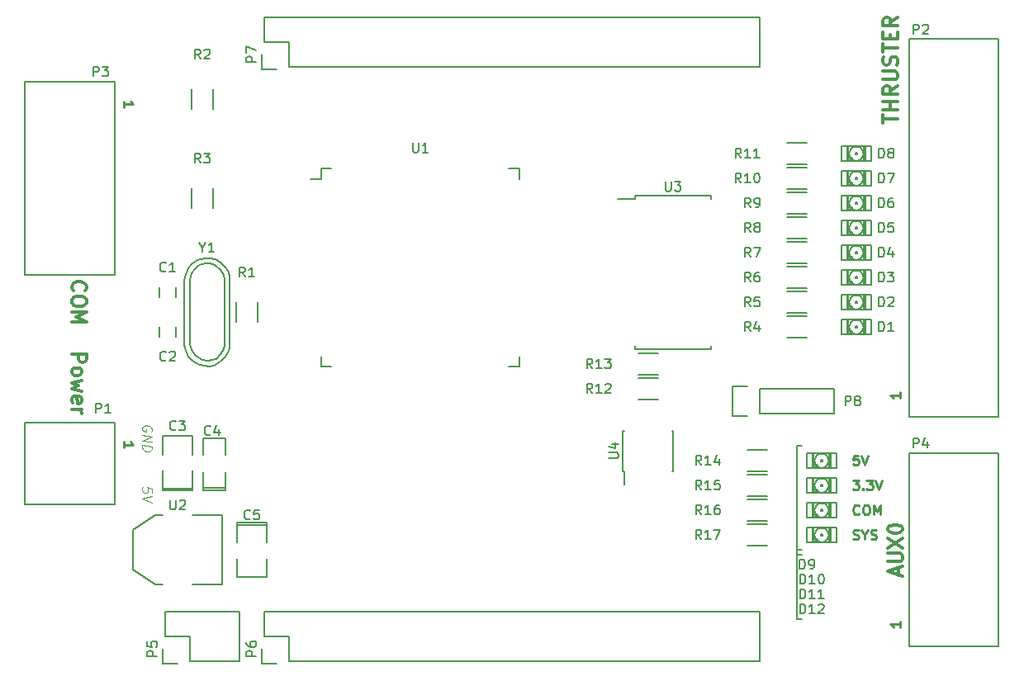
<source format=gto>
G04 #@! TF.FileFunction,Legend,Top*
%FSLAX46Y46*%
G04 Gerber Fmt 4.6, Leading zero omitted, Abs format (unit mm)*
G04 Created by KiCad (PCBNEW (after 2015-mar-04 BZR unknown)-product) date 03.06.2015 18:39:59*
%MOMM*%
G01*
G04 APERTURE LIST*
%ADD10C,0.100000*%
%ADD11C,0.250000*%
%ADD12C,0.300000*%
%ADD13C,0.200000*%
%ADD14C,0.125000*%
%ADD15C,0.150000*%
G04 APERTURE END LIST*
D10*
D11*
X121467619Y-66325715D02*
X121467619Y-65754286D01*
X121467619Y-66040000D02*
X122467619Y-66040000D01*
X122324762Y-65944762D01*
X122229524Y-65849524D01*
X122181905Y-65754286D01*
X121467619Y-101250715D02*
X121467619Y-100679286D01*
X121467619Y-100965000D02*
X122467619Y-100965000D01*
X122324762Y-100869762D01*
X122229524Y-100774524D01*
X122181905Y-100679286D01*
X201112381Y-119094285D02*
X201112381Y-119665714D01*
X201112381Y-119380000D02*
X200112381Y-119380000D01*
X200255238Y-119475238D01*
X200350476Y-119570476D01*
X200398095Y-119665714D01*
X201112381Y-95599285D02*
X201112381Y-96170714D01*
X201112381Y-95885000D02*
X200112381Y-95885000D01*
X200255238Y-95980238D01*
X200350476Y-96075476D01*
X200398095Y-96170714D01*
D12*
X200910000Y-114331428D02*
X200910000Y-113617142D01*
X201338571Y-114474285D02*
X199838571Y-113974285D01*
X201338571Y-113474285D01*
X199838571Y-112974285D02*
X201052857Y-112974285D01*
X201195714Y-112902857D01*
X201267143Y-112831428D01*
X201338571Y-112688571D01*
X201338571Y-112402857D01*
X201267143Y-112259999D01*
X201195714Y-112188571D01*
X201052857Y-112117142D01*
X199838571Y-112117142D01*
X199838571Y-111545713D02*
X201338571Y-110545713D01*
X199838571Y-110545713D02*
X201338571Y-111545713D01*
X199838571Y-109688571D02*
X199838571Y-109545714D01*
X199910000Y-109402857D01*
X199981429Y-109331428D01*
X200124286Y-109259999D01*
X200410000Y-109188571D01*
X200767143Y-109188571D01*
X201052857Y-109259999D01*
X201195714Y-109331428D01*
X201267143Y-109402857D01*
X201338571Y-109545714D01*
X201338571Y-109688571D01*
X201267143Y-109831428D01*
X201195714Y-109902857D01*
X201052857Y-109974285D01*
X200767143Y-110045714D01*
X200410000Y-110045714D01*
X200124286Y-109974285D01*
X199981429Y-109902857D01*
X199910000Y-109831428D01*
X199838571Y-109688571D01*
X199330571Y-67948286D02*
X199330571Y-67091143D01*
X200830571Y-67519714D02*
X199330571Y-67519714D01*
X200830571Y-66591143D02*
X199330571Y-66591143D01*
X200044857Y-66591143D02*
X200044857Y-65734000D01*
X200830571Y-65734000D02*
X199330571Y-65734000D01*
X200830571Y-64162571D02*
X200116286Y-64662571D01*
X200830571Y-65019714D02*
X199330571Y-65019714D01*
X199330571Y-64448286D01*
X199402000Y-64305428D01*
X199473429Y-64234000D01*
X199616286Y-64162571D01*
X199830571Y-64162571D01*
X199973429Y-64234000D01*
X200044857Y-64305428D01*
X200116286Y-64448286D01*
X200116286Y-65019714D01*
X199330571Y-63519714D02*
X200544857Y-63519714D01*
X200687714Y-63448286D01*
X200759143Y-63376857D01*
X200830571Y-63234000D01*
X200830571Y-62948286D01*
X200759143Y-62805428D01*
X200687714Y-62734000D01*
X200544857Y-62662571D01*
X199330571Y-62662571D01*
X200759143Y-62019714D02*
X200830571Y-61805428D01*
X200830571Y-61448285D01*
X200759143Y-61305428D01*
X200687714Y-61233999D01*
X200544857Y-61162571D01*
X200402000Y-61162571D01*
X200259143Y-61233999D01*
X200187714Y-61305428D01*
X200116286Y-61448285D01*
X200044857Y-61733999D01*
X199973429Y-61876857D01*
X199902000Y-61948285D01*
X199759143Y-62019714D01*
X199616286Y-62019714D01*
X199473429Y-61948285D01*
X199402000Y-61876857D01*
X199330571Y-61733999D01*
X199330571Y-61376857D01*
X199402000Y-61162571D01*
X199330571Y-60734000D02*
X199330571Y-59876857D01*
X200830571Y-60305428D02*
X199330571Y-60305428D01*
X200044857Y-59376857D02*
X200044857Y-58876857D01*
X200830571Y-58662571D02*
X200830571Y-59376857D01*
X199330571Y-59376857D01*
X199330571Y-58662571D01*
X200830571Y-57162571D02*
X200116286Y-57662571D01*
X200830571Y-58019714D02*
X199330571Y-58019714D01*
X199330571Y-57448286D01*
X199402000Y-57305428D01*
X199473429Y-57234000D01*
X199616286Y-57162571D01*
X199830571Y-57162571D01*
X199973429Y-57234000D01*
X200044857Y-57305428D01*
X200116286Y-57448286D01*
X200116286Y-58019714D01*
D13*
X190500000Y-111760000D02*
X190500000Y-112268000D01*
X190500000Y-111760000D02*
X191008000Y-111760000D01*
X190500000Y-101092000D02*
X190500000Y-111760000D01*
X191008000Y-101092000D02*
X190500000Y-101092000D01*
X190500000Y-118872000D02*
X191008000Y-118872000D01*
X190500000Y-112268000D02*
X190500000Y-118872000D01*
X191008000Y-112268000D02*
X190500000Y-112268000D01*
D11*
X196278476Y-110640762D02*
X196421333Y-110688381D01*
X196659429Y-110688381D01*
X196754667Y-110640762D01*
X196802286Y-110593143D01*
X196849905Y-110497905D01*
X196849905Y-110402667D01*
X196802286Y-110307429D01*
X196754667Y-110259810D01*
X196659429Y-110212190D01*
X196468952Y-110164571D01*
X196373714Y-110116952D01*
X196326095Y-110069333D01*
X196278476Y-109974095D01*
X196278476Y-109878857D01*
X196326095Y-109783619D01*
X196373714Y-109736000D01*
X196468952Y-109688381D01*
X196707048Y-109688381D01*
X196849905Y-109736000D01*
X197468952Y-110212190D02*
X197468952Y-110688381D01*
X197135619Y-109688381D02*
X197468952Y-110212190D01*
X197802286Y-109688381D01*
X198088000Y-110640762D02*
X198230857Y-110688381D01*
X198468953Y-110688381D01*
X198564191Y-110640762D01*
X198611810Y-110593143D01*
X198659429Y-110497905D01*
X198659429Y-110402667D01*
X198611810Y-110307429D01*
X198564191Y-110259810D01*
X198468953Y-110212190D01*
X198278476Y-110164571D01*
X198183238Y-110116952D01*
X198135619Y-110069333D01*
X198088000Y-109974095D01*
X198088000Y-109878857D01*
X198135619Y-109783619D01*
X198183238Y-109736000D01*
X198278476Y-109688381D01*
X198516572Y-109688381D01*
X198659429Y-109736000D01*
X196897524Y-108053143D02*
X196849905Y-108100762D01*
X196707048Y-108148381D01*
X196611810Y-108148381D01*
X196468952Y-108100762D01*
X196373714Y-108005524D01*
X196326095Y-107910286D01*
X196278476Y-107719810D01*
X196278476Y-107576952D01*
X196326095Y-107386476D01*
X196373714Y-107291238D01*
X196468952Y-107196000D01*
X196611810Y-107148381D01*
X196707048Y-107148381D01*
X196849905Y-107196000D01*
X196897524Y-107243619D01*
X197516571Y-107148381D02*
X197707048Y-107148381D01*
X197802286Y-107196000D01*
X197897524Y-107291238D01*
X197945143Y-107481714D01*
X197945143Y-107815048D01*
X197897524Y-108005524D01*
X197802286Y-108100762D01*
X197707048Y-108148381D01*
X197516571Y-108148381D01*
X197421333Y-108100762D01*
X197326095Y-108005524D01*
X197278476Y-107815048D01*
X197278476Y-107481714D01*
X197326095Y-107291238D01*
X197421333Y-107196000D01*
X197516571Y-107148381D01*
X198373714Y-108148381D02*
X198373714Y-107148381D01*
X198707048Y-107862667D01*
X199040381Y-107148381D01*
X199040381Y-108148381D01*
X196230857Y-104608381D02*
X196849905Y-104608381D01*
X196516571Y-104989333D01*
X196659429Y-104989333D01*
X196754667Y-105036952D01*
X196802286Y-105084571D01*
X196849905Y-105179810D01*
X196849905Y-105417905D01*
X196802286Y-105513143D01*
X196754667Y-105560762D01*
X196659429Y-105608381D01*
X196373714Y-105608381D01*
X196278476Y-105560762D01*
X196230857Y-105513143D01*
X197278476Y-105513143D02*
X197326095Y-105560762D01*
X197278476Y-105608381D01*
X197230857Y-105560762D01*
X197278476Y-105513143D01*
X197278476Y-105608381D01*
X197659428Y-104608381D02*
X198278476Y-104608381D01*
X197945142Y-104989333D01*
X198088000Y-104989333D01*
X198183238Y-105036952D01*
X198230857Y-105084571D01*
X198278476Y-105179810D01*
X198278476Y-105417905D01*
X198230857Y-105513143D01*
X198183238Y-105560762D01*
X198088000Y-105608381D01*
X197802285Y-105608381D01*
X197707047Y-105560762D01*
X197659428Y-105513143D01*
X198564190Y-104608381D02*
X198897523Y-105608381D01*
X199230857Y-104608381D01*
X196802286Y-102068381D02*
X196326095Y-102068381D01*
X196278476Y-102544571D01*
X196326095Y-102496952D01*
X196421333Y-102449333D01*
X196659429Y-102449333D01*
X196754667Y-102496952D01*
X196802286Y-102544571D01*
X196849905Y-102639810D01*
X196849905Y-102877905D01*
X196802286Y-102973143D01*
X196754667Y-103020762D01*
X196659429Y-103068381D01*
X196421333Y-103068381D01*
X196326095Y-103020762D01*
X196278476Y-102973143D01*
X197135619Y-102068381D02*
X197468952Y-103068381D01*
X197802286Y-102068381D01*
D14*
X124325000Y-99630596D02*
X124372619Y-99541310D01*
X124372619Y-99398453D01*
X124325000Y-99249643D01*
X124229762Y-99142500D01*
X124134524Y-99082977D01*
X123944048Y-99011548D01*
X123801190Y-98993691D01*
X123610714Y-99017500D01*
X123515476Y-99053215D01*
X123420238Y-99136548D01*
X123372619Y-99273453D01*
X123372619Y-99368691D01*
X123420238Y-99517501D01*
X123467857Y-99571072D01*
X123801190Y-99612739D01*
X123801190Y-99422263D01*
X123372619Y-99987738D02*
X124372619Y-100112738D01*
X123372619Y-100559167D01*
X124372619Y-100684167D01*
X123372619Y-101035357D02*
X124372619Y-101160357D01*
X124372619Y-101398452D01*
X124325000Y-101535358D01*
X124229762Y-101618691D01*
X124134524Y-101654406D01*
X123944048Y-101678215D01*
X123801190Y-101660358D01*
X123610714Y-101588929D01*
X123515476Y-101529406D01*
X123420238Y-101422263D01*
X123372619Y-101273452D01*
X123372619Y-101035357D01*
X124372619Y-105922976D02*
X124372619Y-105446785D01*
X123896429Y-105339643D01*
X123944048Y-105393214D01*
X123991667Y-105494404D01*
X123991667Y-105732500D01*
X123944048Y-105821786D01*
X123896429Y-105863453D01*
X123801190Y-105899167D01*
X123563095Y-105869405D01*
X123467857Y-105809881D01*
X123420238Y-105756310D01*
X123372619Y-105655119D01*
X123372619Y-105417023D01*
X123420238Y-105327738D01*
X123467857Y-105286071D01*
X124372619Y-106256309D02*
X123372619Y-106464642D01*
X124372619Y-106922976D01*
D12*
X116161429Y-91650715D02*
X117661429Y-91650715D01*
X117661429Y-92222143D01*
X117590000Y-92365001D01*
X117518571Y-92436429D01*
X117375714Y-92507858D01*
X117161429Y-92507858D01*
X117018571Y-92436429D01*
X116947143Y-92365001D01*
X116875714Y-92222143D01*
X116875714Y-91650715D01*
X116161429Y-93365001D02*
X116232857Y-93222143D01*
X116304286Y-93150715D01*
X116447143Y-93079286D01*
X116875714Y-93079286D01*
X117018571Y-93150715D01*
X117090000Y-93222143D01*
X117161429Y-93365001D01*
X117161429Y-93579286D01*
X117090000Y-93722143D01*
X117018571Y-93793572D01*
X116875714Y-93865001D01*
X116447143Y-93865001D01*
X116304286Y-93793572D01*
X116232857Y-93722143D01*
X116161429Y-93579286D01*
X116161429Y-93365001D01*
X117161429Y-94365001D02*
X116161429Y-94650715D01*
X116875714Y-94936429D01*
X116161429Y-95222144D01*
X117161429Y-95507858D01*
X116232857Y-96650715D02*
X116161429Y-96507858D01*
X116161429Y-96222144D01*
X116232857Y-96079287D01*
X116375714Y-96007858D01*
X116947143Y-96007858D01*
X117090000Y-96079287D01*
X117161429Y-96222144D01*
X117161429Y-96507858D01*
X117090000Y-96650715D01*
X116947143Y-96722144D01*
X116804286Y-96722144D01*
X116661429Y-96007858D01*
X116161429Y-97365001D02*
X117161429Y-97365001D01*
X116875714Y-97365001D02*
X117018571Y-97436429D01*
X117090000Y-97507858D01*
X117161429Y-97650715D01*
X117161429Y-97793572D01*
X116304286Y-85181429D02*
X116232857Y-85110000D01*
X116161429Y-84895714D01*
X116161429Y-84752857D01*
X116232857Y-84538572D01*
X116375714Y-84395714D01*
X116518571Y-84324286D01*
X116804286Y-84252857D01*
X117018571Y-84252857D01*
X117304286Y-84324286D01*
X117447143Y-84395714D01*
X117590000Y-84538572D01*
X117661429Y-84752857D01*
X117661429Y-84895714D01*
X117590000Y-85110000D01*
X117518571Y-85181429D01*
X117661429Y-86110000D02*
X117661429Y-86395714D01*
X117590000Y-86538572D01*
X117447143Y-86681429D01*
X117161429Y-86752857D01*
X116661429Y-86752857D01*
X116375714Y-86681429D01*
X116232857Y-86538572D01*
X116161429Y-86395714D01*
X116161429Y-86110000D01*
X116232857Y-85967143D01*
X116375714Y-85824286D01*
X116661429Y-85752857D01*
X117161429Y-85752857D01*
X117447143Y-85824286D01*
X117590000Y-85967143D01*
X117661429Y-86110000D01*
X116161429Y-87395715D02*
X117661429Y-87395715D01*
X116590000Y-87895715D01*
X117661429Y-88395715D01*
X116161429Y-88395715D01*
D15*
X125476000Y-105664000D02*
X128524000Y-105664000D01*
X128524000Y-101981000D02*
X128524000Y-100076000D01*
X128524000Y-100076000D02*
X125476000Y-100076000D01*
X125476000Y-100076000D02*
X125476000Y-101981000D01*
X125476000Y-103632000D02*
X125476000Y-105664000D01*
X125476000Y-105464000D02*
X128524000Y-105464000D01*
X128524000Y-105664000D02*
X128524000Y-103632000D01*
X129667000Y-105410000D02*
X129667000Y-105664000D01*
X129667000Y-105664000D02*
X131953000Y-105664000D01*
X131953000Y-105664000D02*
X131953000Y-105410000D01*
X129667000Y-105410000D02*
X131953000Y-105410000D01*
X131953000Y-105410000D02*
X131953000Y-103759000D01*
X129667000Y-101981000D02*
X129667000Y-100330000D01*
X129667000Y-100330000D02*
X131953000Y-100330000D01*
X131953000Y-100330000D02*
X131953000Y-101981000D01*
X129667000Y-103759000D02*
X129667000Y-105410000D01*
X136144000Y-108966000D02*
X133096000Y-108966000D01*
X133096000Y-112649000D02*
X133096000Y-114554000D01*
X133096000Y-114554000D02*
X136144000Y-114554000D01*
X136144000Y-114554000D02*
X136144000Y-112649000D01*
X136144000Y-110998000D02*
X136144000Y-108966000D01*
X136144000Y-109166000D02*
X133096000Y-109166000D01*
X133096000Y-108966000D02*
X133096000Y-110998000D01*
X196695060Y-88999060D02*
X196496940Y-88999060D01*
X196496940Y-88999060D02*
X196496940Y-88800940D01*
X196695060Y-88800940D02*
X196496940Y-88800940D01*
X196695060Y-88999060D02*
X196695060Y-88800940D01*
X196146420Y-89598500D02*
X195798440Y-89598500D01*
X195798440Y-89598500D02*
X195798440Y-89349580D01*
X196146420Y-89349580D02*
X195798440Y-89349580D01*
X196146420Y-89598500D02*
X196146420Y-89349580D01*
X195798440Y-89598500D02*
X195696840Y-89598500D01*
X195696840Y-89598500D02*
X195696840Y-88402160D01*
X195798440Y-88402160D02*
X195696840Y-88402160D01*
X195798440Y-89598500D02*
X195798440Y-88402160D01*
X195798440Y-88351360D02*
X195696840Y-88351360D01*
X195696840Y-88351360D02*
X195696840Y-88201500D01*
X195798440Y-88201500D02*
X195696840Y-88201500D01*
X195798440Y-88351360D02*
X195798440Y-88201500D01*
X197495160Y-89598500D02*
X197393560Y-89598500D01*
X197393560Y-89598500D02*
X197393560Y-88402160D01*
X197495160Y-88402160D02*
X197393560Y-88402160D01*
X197495160Y-89598500D02*
X197495160Y-88402160D01*
X197495160Y-88351360D02*
X197393560Y-88351360D01*
X197393560Y-88351360D02*
X197393560Y-88201500D01*
X197495160Y-88201500D02*
X197393560Y-88201500D01*
X197495160Y-88351360D02*
X197495160Y-88201500D01*
X196146420Y-89598500D02*
X195996560Y-89598500D01*
X195996560Y-89598500D02*
X195996560Y-89349580D01*
X196146420Y-89349580D02*
X195996560Y-89349580D01*
X196146420Y-89598500D02*
X196146420Y-89349580D01*
X195046600Y-89649300D02*
X198145400Y-89649300D01*
X198145400Y-89649300D02*
X198145400Y-88150700D01*
X198145400Y-88150700D02*
X195046600Y-88150700D01*
X195046600Y-88150700D02*
X195046600Y-89649300D01*
X197143262Y-89399354D02*
G75*
G02X196047360Y-89397840I-547262J499354D01*
G01*
X197144133Y-88401602D02*
G75*
G02X197144640Y-89397840I-548133J-498398D01*
G01*
X196048738Y-88400646D02*
G75*
G02X197144640Y-88402160I547262J-499354D01*
G01*
X196047867Y-89398398D02*
G75*
G02X196047360Y-88402160I548133J498398D01*
G01*
X196695060Y-86459060D02*
X196496940Y-86459060D01*
X196496940Y-86459060D02*
X196496940Y-86260940D01*
X196695060Y-86260940D02*
X196496940Y-86260940D01*
X196695060Y-86459060D02*
X196695060Y-86260940D01*
X196146420Y-87058500D02*
X195798440Y-87058500D01*
X195798440Y-87058500D02*
X195798440Y-86809580D01*
X196146420Y-86809580D02*
X195798440Y-86809580D01*
X196146420Y-87058500D02*
X196146420Y-86809580D01*
X195798440Y-87058500D02*
X195696840Y-87058500D01*
X195696840Y-87058500D02*
X195696840Y-85862160D01*
X195798440Y-85862160D02*
X195696840Y-85862160D01*
X195798440Y-87058500D02*
X195798440Y-85862160D01*
X195798440Y-85811360D02*
X195696840Y-85811360D01*
X195696840Y-85811360D02*
X195696840Y-85661500D01*
X195798440Y-85661500D02*
X195696840Y-85661500D01*
X195798440Y-85811360D02*
X195798440Y-85661500D01*
X197495160Y-87058500D02*
X197393560Y-87058500D01*
X197393560Y-87058500D02*
X197393560Y-85862160D01*
X197495160Y-85862160D02*
X197393560Y-85862160D01*
X197495160Y-87058500D02*
X197495160Y-85862160D01*
X197495160Y-85811360D02*
X197393560Y-85811360D01*
X197393560Y-85811360D02*
X197393560Y-85661500D01*
X197495160Y-85661500D02*
X197393560Y-85661500D01*
X197495160Y-85811360D02*
X197495160Y-85661500D01*
X196146420Y-87058500D02*
X195996560Y-87058500D01*
X195996560Y-87058500D02*
X195996560Y-86809580D01*
X196146420Y-86809580D02*
X195996560Y-86809580D01*
X196146420Y-87058500D02*
X196146420Y-86809580D01*
X195046600Y-87109300D02*
X198145400Y-87109300D01*
X198145400Y-87109300D02*
X198145400Y-85610700D01*
X198145400Y-85610700D02*
X195046600Y-85610700D01*
X195046600Y-85610700D02*
X195046600Y-87109300D01*
X197143262Y-86859354D02*
G75*
G02X196047360Y-86857840I-547262J499354D01*
G01*
X197144133Y-85861602D02*
G75*
G02X197144640Y-86857840I-548133J-498398D01*
G01*
X196048738Y-85860646D02*
G75*
G02X197144640Y-85862160I547262J-499354D01*
G01*
X196047867Y-86858398D02*
G75*
G02X196047360Y-85862160I548133J498398D01*
G01*
X196695060Y-83919060D02*
X196496940Y-83919060D01*
X196496940Y-83919060D02*
X196496940Y-83720940D01*
X196695060Y-83720940D02*
X196496940Y-83720940D01*
X196695060Y-83919060D02*
X196695060Y-83720940D01*
X196146420Y-84518500D02*
X195798440Y-84518500D01*
X195798440Y-84518500D02*
X195798440Y-84269580D01*
X196146420Y-84269580D02*
X195798440Y-84269580D01*
X196146420Y-84518500D02*
X196146420Y-84269580D01*
X195798440Y-84518500D02*
X195696840Y-84518500D01*
X195696840Y-84518500D02*
X195696840Y-83322160D01*
X195798440Y-83322160D02*
X195696840Y-83322160D01*
X195798440Y-84518500D02*
X195798440Y-83322160D01*
X195798440Y-83271360D02*
X195696840Y-83271360D01*
X195696840Y-83271360D02*
X195696840Y-83121500D01*
X195798440Y-83121500D02*
X195696840Y-83121500D01*
X195798440Y-83271360D02*
X195798440Y-83121500D01*
X197495160Y-84518500D02*
X197393560Y-84518500D01*
X197393560Y-84518500D02*
X197393560Y-83322160D01*
X197495160Y-83322160D02*
X197393560Y-83322160D01*
X197495160Y-84518500D02*
X197495160Y-83322160D01*
X197495160Y-83271360D02*
X197393560Y-83271360D01*
X197393560Y-83271360D02*
X197393560Y-83121500D01*
X197495160Y-83121500D02*
X197393560Y-83121500D01*
X197495160Y-83271360D02*
X197495160Y-83121500D01*
X196146420Y-84518500D02*
X195996560Y-84518500D01*
X195996560Y-84518500D02*
X195996560Y-84269580D01*
X196146420Y-84269580D02*
X195996560Y-84269580D01*
X196146420Y-84518500D02*
X196146420Y-84269580D01*
X195046600Y-84569300D02*
X198145400Y-84569300D01*
X198145400Y-84569300D02*
X198145400Y-83070700D01*
X198145400Y-83070700D02*
X195046600Y-83070700D01*
X195046600Y-83070700D02*
X195046600Y-84569300D01*
X197143262Y-84319354D02*
G75*
G02X196047360Y-84317840I-547262J499354D01*
G01*
X197144133Y-83321602D02*
G75*
G02X197144640Y-84317840I-548133J-498398D01*
G01*
X196048738Y-83320646D02*
G75*
G02X197144640Y-83322160I547262J-499354D01*
G01*
X196047867Y-84318398D02*
G75*
G02X196047360Y-83322160I548133J498398D01*
G01*
X196695060Y-81379060D02*
X196496940Y-81379060D01*
X196496940Y-81379060D02*
X196496940Y-81180940D01*
X196695060Y-81180940D02*
X196496940Y-81180940D01*
X196695060Y-81379060D02*
X196695060Y-81180940D01*
X196146420Y-81978500D02*
X195798440Y-81978500D01*
X195798440Y-81978500D02*
X195798440Y-81729580D01*
X196146420Y-81729580D02*
X195798440Y-81729580D01*
X196146420Y-81978500D02*
X196146420Y-81729580D01*
X195798440Y-81978500D02*
X195696840Y-81978500D01*
X195696840Y-81978500D02*
X195696840Y-80782160D01*
X195798440Y-80782160D02*
X195696840Y-80782160D01*
X195798440Y-81978500D02*
X195798440Y-80782160D01*
X195798440Y-80731360D02*
X195696840Y-80731360D01*
X195696840Y-80731360D02*
X195696840Y-80581500D01*
X195798440Y-80581500D02*
X195696840Y-80581500D01*
X195798440Y-80731360D02*
X195798440Y-80581500D01*
X197495160Y-81978500D02*
X197393560Y-81978500D01*
X197393560Y-81978500D02*
X197393560Y-80782160D01*
X197495160Y-80782160D02*
X197393560Y-80782160D01*
X197495160Y-81978500D02*
X197495160Y-80782160D01*
X197495160Y-80731360D02*
X197393560Y-80731360D01*
X197393560Y-80731360D02*
X197393560Y-80581500D01*
X197495160Y-80581500D02*
X197393560Y-80581500D01*
X197495160Y-80731360D02*
X197495160Y-80581500D01*
X196146420Y-81978500D02*
X195996560Y-81978500D01*
X195996560Y-81978500D02*
X195996560Y-81729580D01*
X196146420Y-81729580D02*
X195996560Y-81729580D01*
X196146420Y-81978500D02*
X196146420Y-81729580D01*
X195046600Y-82029300D02*
X198145400Y-82029300D01*
X198145400Y-82029300D02*
X198145400Y-80530700D01*
X198145400Y-80530700D02*
X195046600Y-80530700D01*
X195046600Y-80530700D02*
X195046600Y-82029300D01*
X197143262Y-81779354D02*
G75*
G02X196047360Y-81777840I-547262J499354D01*
G01*
X197144133Y-80781602D02*
G75*
G02X197144640Y-81777840I-548133J-498398D01*
G01*
X196048738Y-80780646D02*
G75*
G02X197144640Y-80782160I547262J-499354D01*
G01*
X196047867Y-81778398D02*
G75*
G02X196047360Y-80782160I548133J498398D01*
G01*
X196695060Y-78839060D02*
X196496940Y-78839060D01*
X196496940Y-78839060D02*
X196496940Y-78640940D01*
X196695060Y-78640940D02*
X196496940Y-78640940D01*
X196695060Y-78839060D02*
X196695060Y-78640940D01*
X196146420Y-79438500D02*
X195798440Y-79438500D01*
X195798440Y-79438500D02*
X195798440Y-79189580D01*
X196146420Y-79189580D02*
X195798440Y-79189580D01*
X196146420Y-79438500D02*
X196146420Y-79189580D01*
X195798440Y-79438500D02*
X195696840Y-79438500D01*
X195696840Y-79438500D02*
X195696840Y-78242160D01*
X195798440Y-78242160D02*
X195696840Y-78242160D01*
X195798440Y-79438500D02*
X195798440Y-78242160D01*
X195798440Y-78191360D02*
X195696840Y-78191360D01*
X195696840Y-78191360D02*
X195696840Y-78041500D01*
X195798440Y-78041500D02*
X195696840Y-78041500D01*
X195798440Y-78191360D02*
X195798440Y-78041500D01*
X197495160Y-79438500D02*
X197393560Y-79438500D01*
X197393560Y-79438500D02*
X197393560Y-78242160D01*
X197495160Y-78242160D02*
X197393560Y-78242160D01*
X197495160Y-79438500D02*
X197495160Y-78242160D01*
X197495160Y-78191360D02*
X197393560Y-78191360D01*
X197393560Y-78191360D02*
X197393560Y-78041500D01*
X197495160Y-78041500D02*
X197393560Y-78041500D01*
X197495160Y-78191360D02*
X197495160Y-78041500D01*
X196146420Y-79438500D02*
X195996560Y-79438500D01*
X195996560Y-79438500D02*
X195996560Y-79189580D01*
X196146420Y-79189580D02*
X195996560Y-79189580D01*
X196146420Y-79438500D02*
X196146420Y-79189580D01*
X195046600Y-79489300D02*
X198145400Y-79489300D01*
X198145400Y-79489300D02*
X198145400Y-77990700D01*
X198145400Y-77990700D02*
X195046600Y-77990700D01*
X195046600Y-77990700D02*
X195046600Y-79489300D01*
X197143262Y-79239354D02*
G75*
G02X196047360Y-79237840I-547262J499354D01*
G01*
X197144133Y-78241602D02*
G75*
G02X197144640Y-79237840I-548133J-498398D01*
G01*
X196048738Y-78240646D02*
G75*
G02X197144640Y-78242160I547262J-499354D01*
G01*
X196047867Y-79238398D02*
G75*
G02X196047360Y-78242160I548133J498398D01*
G01*
X196695060Y-76299060D02*
X196496940Y-76299060D01*
X196496940Y-76299060D02*
X196496940Y-76100940D01*
X196695060Y-76100940D02*
X196496940Y-76100940D01*
X196695060Y-76299060D02*
X196695060Y-76100940D01*
X196146420Y-76898500D02*
X195798440Y-76898500D01*
X195798440Y-76898500D02*
X195798440Y-76649580D01*
X196146420Y-76649580D02*
X195798440Y-76649580D01*
X196146420Y-76898500D02*
X196146420Y-76649580D01*
X195798440Y-76898500D02*
X195696840Y-76898500D01*
X195696840Y-76898500D02*
X195696840Y-75702160D01*
X195798440Y-75702160D02*
X195696840Y-75702160D01*
X195798440Y-76898500D02*
X195798440Y-75702160D01*
X195798440Y-75651360D02*
X195696840Y-75651360D01*
X195696840Y-75651360D02*
X195696840Y-75501500D01*
X195798440Y-75501500D02*
X195696840Y-75501500D01*
X195798440Y-75651360D02*
X195798440Y-75501500D01*
X197495160Y-76898500D02*
X197393560Y-76898500D01*
X197393560Y-76898500D02*
X197393560Y-75702160D01*
X197495160Y-75702160D02*
X197393560Y-75702160D01*
X197495160Y-76898500D02*
X197495160Y-75702160D01*
X197495160Y-75651360D02*
X197393560Y-75651360D01*
X197393560Y-75651360D02*
X197393560Y-75501500D01*
X197495160Y-75501500D02*
X197393560Y-75501500D01*
X197495160Y-75651360D02*
X197495160Y-75501500D01*
X196146420Y-76898500D02*
X195996560Y-76898500D01*
X195996560Y-76898500D02*
X195996560Y-76649580D01*
X196146420Y-76649580D02*
X195996560Y-76649580D01*
X196146420Y-76898500D02*
X196146420Y-76649580D01*
X195046600Y-76949300D02*
X198145400Y-76949300D01*
X198145400Y-76949300D02*
X198145400Y-75450700D01*
X198145400Y-75450700D02*
X195046600Y-75450700D01*
X195046600Y-75450700D02*
X195046600Y-76949300D01*
X197143262Y-76699354D02*
G75*
G02X196047360Y-76697840I-547262J499354D01*
G01*
X197144133Y-75701602D02*
G75*
G02X197144640Y-76697840I-548133J-498398D01*
G01*
X196048738Y-75700646D02*
G75*
G02X197144640Y-75702160I547262J-499354D01*
G01*
X196047867Y-76698398D02*
G75*
G02X196047360Y-75702160I548133J498398D01*
G01*
X196695060Y-73759060D02*
X196496940Y-73759060D01*
X196496940Y-73759060D02*
X196496940Y-73560940D01*
X196695060Y-73560940D02*
X196496940Y-73560940D01*
X196695060Y-73759060D02*
X196695060Y-73560940D01*
X196146420Y-74358500D02*
X195798440Y-74358500D01*
X195798440Y-74358500D02*
X195798440Y-74109580D01*
X196146420Y-74109580D02*
X195798440Y-74109580D01*
X196146420Y-74358500D02*
X196146420Y-74109580D01*
X195798440Y-74358500D02*
X195696840Y-74358500D01*
X195696840Y-74358500D02*
X195696840Y-73162160D01*
X195798440Y-73162160D02*
X195696840Y-73162160D01*
X195798440Y-74358500D02*
X195798440Y-73162160D01*
X195798440Y-73111360D02*
X195696840Y-73111360D01*
X195696840Y-73111360D02*
X195696840Y-72961500D01*
X195798440Y-72961500D02*
X195696840Y-72961500D01*
X195798440Y-73111360D02*
X195798440Y-72961500D01*
X197495160Y-74358500D02*
X197393560Y-74358500D01*
X197393560Y-74358500D02*
X197393560Y-73162160D01*
X197495160Y-73162160D02*
X197393560Y-73162160D01*
X197495160Y-74358500D02*
X197495160Y-73162160D01*
X197495160Y-73111360D02*
X197393560Y-73111360D01*
X197393560Y-73111360D02*
X197393560Y-72961500D01*
X197495160Y-72961500D02*
X197393560Y-72961500D01*
X197495160Y-73111360D02*
X197495160Y-72961500D01*
X196146420Y-74358500D02*
X195996560Y-74358500D01*
X195996560Y-74358500D02*
X195996560Y-74109580D01*
X196146420Y-74109580D02*
X195996560Y-74109580D01*
X196146420Y-74358500D02*
X196146420Y-74109580D01*
X195046600Y-74409300D02*
X198145400Y-74409300D01*
X198145400Y-74409300D02*
X198145400Y-72910700D01*
X198145400Y-72910700D02*
X195046600Y-72910700D01*
X195046600Y-72910700D02*
X195046600Y-74409300D01*
X197143262Y-74159354D02*
G75*
G02X196047360Y-74157840I-547262J499354D01*
G01*
X197144133Y-73161602D02*
G75*
G02X197144640Y-74157840I-548133J-498398D01*
G01*
X196048738Y-73160646D02*
G75*
G02X197144640Y-73162160I547262J-499354D01*
G01*
X196047867Y-74158398D02*
G75*
G02X196047360Y-73162160I548133J498398D01*
G01*
X196695060Y-71219060D02*
X196496940Y-71219060D01*
X196496940Y-71219060D02*
X196496940Y-71020940D01*
X196695060Y-71020940D02*
X196496940Y-71020940D01*
X196695060Y-71219060D02*
X196695060Y-71020940D01*
X196146420Y-71818500D02*
X195798440Y-71818500D01*
X195798440Y-71818500D02*
X195798440Y-71569580D01*
X196146420Y-71569580D02*
X195798440Y-71569580D01*
X196146420Y-71818500D02*
X196146420Y-71569580D01*
X195798440Y-71818500D02*
X195696840Y-71818500D01*
X195696840Y-71818500D02*
X195696840Y-70622160D01*
X195798440Y-70622160D02*
X195696840Y-70622160D01*
X195798440Y-71818500D02*
X195798440Y-70622160D01*
X195798440Y-70571360D02*
X195696840Y-70571360D01*
X195696840Y-70571360D02*
X195696840Y-70421500D01*
X195798440Y-70421500D02*
X195696840Y-70421500D01*
X195798440Y-70571360D02*
X195798440Y-70421500D01*
X197495160Y-71818500D02*
X197393560Y-71818500D01*
X197393560Y-71818500D02*
X197393560Y-70622160D01*
X197495160Y-70622160D02*
X197393560Y-70622160D01*
X197495160Y-71818500D02*
X197495160Y-70622160D01*
X197495160Y-70571360D02*
X197393560Y-70571360D01*
X197393560Y-70571360D02*
X197393560Y-70421500D01*
X197495160Y-70421500D02*
X197393560Y-70421500D01*
X197495160Y-70571360D02*
X197495160Y-70421500D01*
X196146420Y-71818500D02*
X195996560Y-71818500D01*
X195996560Y-71818500D02*
X195996560Y-71569580D01*
X196146420Y-71569580D02*
X195996560Y-71569580D01*
X196146420Y-71818500D02*
X196146420Y-71569580D01*
X195046600Y-71869300D02*
X198145400Y-71869300D01*
X198145400Y-71869300D02*
X198145400Y-70370700D01*
X198145400Y-70370700D02*
X195046600Y-70370700D01*
X195046600Y-70370700D02*
X195046600Y-71869300D01*
X197143262Y-71619354D02*
G75*
G02X196047360Y-71617840I-547262J499354D01*
G01*
X197144133Y-70621602D02*
G75*
G02X197144640Y-71617840I-548133J-498398D01*
G01*
X196048738Y-70620646D02*
G75*
G02X197144640Y-70622160I547262J-499354D01*
G01*
X196047867Y-71618398D02*
G75*
G02X196047360Y-70622160I548133J498398D01*
G01*
X193139060Y-102715060D02*
X192940940Y-102715060D01*
X192940940Y-102715060D02*
X192940940Y-102516940D01*
X193139060Y-102516940D02*
X192940940Y-102516940D01*
X193139060Y-102715060D02*
X193139060Y-102516940D01*
X192590420Y-103314500D02*
X192242440Y-103314500D01*
X192242440Y-103314500D02*
X192242440Y-103065580D01*
X192590420Y-103065580D02*
X192242440Y-103065580D01*
X192590420Y-103314500D02*
X192590420Y-103065580D01*
X192242440Y-103314500D02*
X192140840Y-103314500D01*
X192140840Y-103314500D02*
X192140840Y-102118160D01*
X192242440Y-102118160D02*
X192140840Y-102118160D01*
X192242440Y-103314500D02*
X192242440Y-102118160D01*
X192242440Y-102067360D02*
X192140840Y-102067360D01*
X192140840Y-102067360D02*
X192140840Y-101917500D01*
X192242440Y-101917500D02*
X192140840Y-101917500D01*
X192242440Y-102067360D02*
X192242440Y-101917500D01*
X193939160Y-103314500D02*
X193837560Y-103314500D01*
X193837560Y-103314500D02*
X193837560Y-102118160D01*
X193939160Y-102118160D02*
X193837560Y-102118160D01*
X193939160Y-103314500D02*
X193939160Y-102118160D01*
X193939160Y-102067360D02*
X193837560Y-102067360D01*
X193837560Y-102067360D02*
X193837560Y-101917500D01*
X193939160Y-101917500D02*
X193837560Y-101917500D01*
X193939160Y-102067360D02*
X193939160Y-101917500D01*
X192590420Y-103314500D02*
X192440560Y-103314500D01*
X192440560Y-103314500D02*
X192440560Y-103065580D01*
X192590420Y-103065580D02*
X192440560Y-103065580D01*
X192590420Y-103314500D02*
X192590420Y-103065580D01*
X191490600Y-103365300D02*
X194589400Y-103365300D01*
X194589400Y-103365300D02*
X194589400Y-101866700D01*
X194589400Y-101866700D02*
X191490600Y-101866700D01*
X191490600Y-101866700D02*
X191490600Y-103365300D01*
X193587262Y-103115354D02*
G75*
G02X192491360Y-103113840I-547262J499354D01*
G01*
X193588133Y-102117602D02*
G75*
G02X193588640Y-103113840I-548133J-498398D01*
G01*
X192492738Y-102116646D02*
G75*
G02X193588640Y-102118160I547262J-499354D01*
G01*
X192491867Y-103114398D02*
G75*
G02X192491360Y-102118160I548133J498398D01*
G01*
X193139060Y-105255060D02*
X192940940Y-105255060D01*
X192940940Y-105255060D02*
X192940940Y-105056940D01*
X193139060Y-105056940D02*
X192940940Y-105056940D01*
X193139060Y-105255060D02*
X193139060Y-105056940D01*
X192590420Y-105854500D02*
X192242440Y-105854500D01*
X192242440Y-105854500D02*
X192242440Y-105605580D01*
X192590420Y-105605580D02*
X192242440Y-105605580D01*
X192590420Y-105854500D02*
X192590420Y-105605580D01*
X192242440Y-105854500D02*
X192140840Y-105854500D01*
X192140840Y-105854500D02*
X192140840Y-104658160D01*
X192242440Y-104658160D02*
X192140840Y-104658160D01*
X192242440Y-105854500D02*
X192242440Y-104658160D01*
X192242440Y-104607360D02*
X192140840Y-104607360D01*
X192140840Y-104607360D02*
X192140840Y-104457500D01*
X192242440Y-104457500D02*
X192140840Y-104457500D01*
X192242440Y-104607360D02*
X192242440Y-104457500D01*
X193939160Y-105854500D02*
X193837560Y-105854500D01*
X193837560Y-105854500D02*
X193837560Y-104658160D01*
X193939160Y-104658160D02*
X193837560Y-104658160D01*
X193939160Y-105854500D02*
X193939160Y-104658160D01*
X193939160Y-104607360D02*
X193837560Y-104607360D01*
X193837560Y-104607360D02*
X193837560Y-104457500D01*
X193939160Y-104457500D02*
X193837560Y-104457500D01*
X193939160Y-104607360D02*
X193939160Y-104457500D01*
X192590420Y-105854500D02*
X192440560Y-105854500D01*
X192440560Y-105854500D02*
X192440560Y-105605580D01*
X192590420Y-105605580D02*
X192440560Y-105605580D01*
X192590420Y-105854500D02*
X192590420Y-105605580D01*
X191490600Y-105905300D02*
X194589400Y-105905300D01*
X194589400Y-105905300D02*
X194589400Y-104406700D01*
X194589400Y-104406700D02*
X191490600Y-104406700D01*
X191490600Y-104406700D02*
X191490600Y-105905300D01*
X193587262Y-105655354D02*
G75*
G02X192491360Y-105653840I-547262J499354D01*
G01*
X193588133Y-104657602D02*
G75*
G02X193588640Y-105653840I-548133J-498398D01*
G01*
X192492738Y-104656646D02*
G75*
G02X193588640Y-104658160I547262J-499354D01*
G01*
X192491867Y-105654398D02*
G75*
G02X192491360Y-104658160I548133J498398D01*
G01*
X193139060Y-107795060D02*
X192940940Y-107795060D01*
X192940940Y-107795060D02*
X192940940Y-107596940D01*
X193139060Y-107596940D02*
X192940940Y-107596940D01*
X193139060Y-107795060D02*
X193139060Y-107596940D01*
X192590420Y-108394500D02*
X192242440Y-108394500D01*
X192242440Y-108394500D02*
X192242440Y-108145580D01*
X192590420Y-108145580D02*
X192242440Y-108145580D01*
X192590420Y-108394500D02*
X192590420Y-108145580D01*
X192242440Y-108394500D02*
X192140840Y-108394500D01*
X192140840Y-108394500D02*
X192140840Y-107198160D01*
X192242440Y-107198160D02*
X192140840Y-107198160D01*
X192242440Y-108394500D02*
X192242440Y-107198160D01*
X192242440Y-107147360D02*
X192140840Y-107147360D01*
X192140840Y-107147360D02*
X192140840Y-106997500D01*
X192242440Y-106997500D02*
X192140840Y-106997500D01*
X192242440Y-107147360D02*
X192242440Y-106997500D01*
X193939160Y-108394500D02*
X193837560Y-108394500D01*
X193837560Y-108394500D02*
X193837560Y-107198160D01*
X193939160Y-107198160D02*
X193837560Y-107198160D01*
X193939160Y-108394500D02*
X193939160Y-107198160D01*
X193939160Y-107147360D02*
X193837560Y-107147360D01*
X193837560Y-107147360D02*
X193837560Y-106997500D01*
X193939160Y-106997500D02*
X193837560Y-106997500D01*
X193939160Y-107147360D02*
X193939160Y-106997500D01*
X192590420Y-108394500D02*
X192440560Y-108394500D01*
X192440560Y-108394500D02*
X192440560Y-108145580D01*
X192590420Y-108145580D02*
X192440560Y-108145580D01*
X192590420Y-108394500D02*
X192590420Y-108145580D01*
X191490600Y-108445300D02*
X194589400Y-108445300D01*
X194589400Y-108445300D02*
X194589400Y-106946700D01*
X194589400Y-106946700D02*
X191490600Y-106946700D01*
X191490600Y-106946700D02*
X191490600Y-108445300D01*
X193587262Y-108195354D02*
G75*
G02X192491360Y-108193840I-547262J499354D01*
G01*
X193588133Y-107197602D02*
G75*
G02X193588640Y-108193840I-548133J-498398D01*
G01*
X192492738Y-107196646D02*
G75*
G02X193588640Y-107198160I547262J-499354D01*
G01*
X192491867Y-108194398D02*
G75*
G02X192491360Y-107198160I548133J498398D01*
G01*
X193139060Y-110335060D02*
X192940940Y-110335060D01*
X192940940Y-110335060D02*
X192940940Y-110136940D01*
X193139060Y-110136940D02*
X192940940Y-110136940D01*
X193139060Y-110335060D02*
X193139060Y-110136940D01*
X192590420Y-110934500D02*
X192242440Y-110934500D01*
X192242440Y-110934500D02*
X192242440Y-110685580D01*
X192590420Y-110685580D02*
X192242440Y-110685580D01*
X192590420Y-110934500D02*
X192590420Y-110685580D01*
X192242440Y-110934500D02*
X192140840Y-110934500D01*
X192140840Y-110934500D02*
X192140840Y-109738160D01*
X192242440Y-109738160D02*
X192140840Y-109738160D01*
X192242440Y-110934500D02*
X192242440Y-109738160D01*
X192242440Y-109687360D02*
X192140840Y-109687360D01*
X192140840Y-109687360D02*
X192140840Y-109537500D01*
X192242440Y-109537500D02*
X192140840Y-109537500D01*
X192242440Y-109687360D02*
X192242440Y-109537500D01*
X193939160Y-110934500D02*
X193837560Y-110934500D01*
X193837560Y-110934500D02*
X193837560Y-109738160D01*
X193939160Y-109738160D02*
X193837560Y-109738160D01*
X193939160Y-110934500D02*
X193939160Y-109738160D01*
X193939160Y-109687360D02*
X193837560Y-109687360D01*
X193837560Y-109687360D02*
X193837560Y-109537500D01*
X193939160Y-109537500D02*
X193837560Y-109537500D01*
X193939160Y-109687360D02*
X193939160Y-109537500D01*
X192590420Y-110934500D02*
X192440560Y-110934500D01*
X192440560Y-110934500D02*
X192440560Y-110685580D01*
X192590420Y-110685580D02*
X192440560Y-110685580D01*
X192590420Y-110934500D02*
X192590420Y-110685580D01*
X191490600Y-110985300D02*
X194589400Y-110985300D01*
X194589400Y-110985300D02*
X194589400Y-109486700D01*
X194589400Y-109486700D02*
X191490600Y-109486700D01*
X191490600Y-109486700D02*
X191490600Y-110985300D01*
X193587262Y-110735354D02*
G75*
G02X192491360Y-110733840I-547262J499354D01*
G01*
X193588133Y-109737602D02*
G75*
G02X193588640Y-110733840I-548133J-498398D01*
G01*
X192492738Y-109736646D02*
G75*
G02X193588640Y-109738160I547262J-499354D01*
G01*
X192491867Y-110734398D02*
G75*
G02X192491360Y-109738160I548133J498398D01*
G01*
X128270000Y-123190000D02*
X133350000Y-123190000D01*
X125450000Y-123470000D02*
X125450000Y-121920000D01*
X125730000Y-120650000D02*
X128270000Y-120650000D01*
X128270000Y-120650000D02*
X128270000Y-123190000D01*
X133350000Y-123190000D02*
X133350000Y-118110000D01*
X133350000Y-118110000D02*
X128270000Y-118110000D01*
X125450000Y-123470000D02*
X127000000Y-123470000D01*
X125730000Y-118110000D02*
X125730000Y-120650000D01*
X128270000Y-118110000D02*
X125730000Y-118110000D01*
X186690000Y-118110000D02*
X135890000Y-118110000D01*
X138430000Y-123190000D02*
X186690000Y-123190000D01*
X186690000Y-118110000D02*
X186690000Y-123190000D01*
X135890000Y-118110000D02*
X135890000Y-120650000D01*
X135610000Y-121920000D02*
X135610000Y-123470000D01*
X135890000Y-120650000D02*
X138430000Y-120650000D01*
X138430000Y-120650000D02*
X138430000Y-123190000D01*
X135610000Y-123470000D02*
X137160000Y-123470000D01*
X186690000Y-57150000D02*
X135890000Y-57150000D01*
X138430000Y-62230000D02*
X186690000Y-62230000D01*
X186690000Y-57150000D02*
X186690000Y-62230000D01*
X135890000Y-57150000D02*
X135890000Y-59690000D01*
X135610000Y-60960000D02*
X135610000Y-62510000D01*
X135890000Y-59690000D02*
X138430000Y-59690000D01*
X138430000Y-59690000D02*
X138430000Y-62230000D01*
X135610000Y-62510000D02*
X137160000Y-62510000D01*
X186690000Y-97790000D02*
X194310000Y-97790000D01*
X186690000Y-95250000D02*
X194310000Y-95250000D01*
X183870000Y-94970000D02*
X185420000Y-94970000D01*
X194310000Y-97790000D02*
X194310000Y-95250000D01*
X186690000Y-95250000D02*
X186690000Y-97790000D01*
X185420000Y-98070000D02*
X183870000Y-98070000D01*
X183870000Y-98070000D02*
X183870000Y-94970000D01*
X133037000Y-88376000D02*
X133037000Y-86376000D01*
X135187000Y-86376000D02*
X135187000Y-88376000D01*
X128465000Y-66532000D02*
X128465000Y-64532000D01*
X130615000Y-64532000D02*
X130615000Y-66532000D01*
X130615000Y-74692000D02*
X130615000Y-76692000D01*
X128465000Y-76692000D02*
X128465000Y-74692000D01*
X189500000Y-87825000D02*
X191500000Y-87825000D01*
X191500000Y-89975000D02*
X189500000Y-89975000D01*
X189500000Y-85285000D02*
X191500000Y-85285000D01*
X191500000Y-87435000D02*
X189500000Y-87435000D01*
X189500000Y-82745000D02*
X191500000Y-82745000D01*
X191500000Y-84895000D02*
X189500000Y-84895000D01*
X189500000Y-80205000D02*
X191500000Y-80205000D01*
X191500000Y-82355000D02*
X189500000Y-82355000D01*
X189500000Y-77665000D02*
X191500000Y-77665000D01*
X191500000Y-79815000D02*
X189500000Y-79815000D01*
X189500000Y-75125000D02*
X191500000Y-75125000D01*
X191500000Y-77275000D02*
X189500000Y-77275000D01*
X189500000Y-72585000D02*
X191500000Y-72585000D01*
X191500000Y-74735000D02*
X189500000Y-74735000D01*
X189500000Y-70045000D02*
X191500000Y-70045000D01*
X191500000Y-72195000D02*
X189500000Y-72195000D01*
X174260000Y-94175000D02*
X176260000Y-94175000D01*
X176260000Y-96325000D02*
X174260000Y-96325000D01*
X174260000Y-91635000D02*
X176260000Y-91635000D01*
X176260000Y-93785000D02*
X174260000Y-93785000D01*
X185436000Y-101541000D02*
X187436000Y-101541000D01*
X187436000Y-103691000D02*
X185436000Y-103691000D01*
X185436000Y-104081000D02*
X187436000Y-104081000D01*
X187436000Y-106231000D02*
X185436000Y-106231000D01*
X185436000Y-106621000D02*
X187436000Y-106621000D01*
X187436000Y-108771000D02*
X185436000Y-108771000D01*
X185436000Y-109161000D02*
X187436000Y-109161000D01*
X187436000Y-111311000D02*
X185436000Y-111311000D01*
X141717000Y-72629000D02*
X141717000Y-73704000D01*
X162067000Y-72629000D02*
X162067000Y-73704000D01*
X162067000Y-92979000D02*
X162067000Y-91904000D01*
X141717000Y-92979000D02*
X141717000Y-91904000D01*
X141717000Y-72629000D02*
X142792000Y-72629000D01*
X141717000Y-92979000D02*
X142792000Y-92979000D01*
X162067000Y-92979000D02*
X160992000Y-92979000D01*
X162067000Y-72629000D02*
X160992000Y-72629000D01*
X141717000Y-73704000D02*
X140617000Y-73704000D01*
X128524000Y-115316000D02*
X131572000Y-115316000D01*
X131572000Y-115316000D02*
X131572000Y-108204000D01*
X131572000Y-108204000D02*
X128524000Y-108204000D01*
X125476000Y-115316000D02*
X124714000Y-115316000D01*
X124714000Y-115316000D02*
X122428000Y-113792000D01*
X122428000Y-113792000D02*
X122428000Y-109728000D01*
X122428000Y-109728000D02*
X124714000Y-108204000D01*
X124714000Y-108204000D02*
X125476000Y-108204000D01*
X173925000Y-75437000D02*
X173925000Y-75802000D01*
X181675000Y-75437000D02*
X181675000Y-75802000D01*
X181675000Y-91187000D02*
X181675000Y-90822000D01*
X173925000Y-91187000D02*
X173925000Y-90822000D01*
X173925000Y-75437000D02*
X181675000Y-75437000D01*
X173925000Y-91187000D02*
X181675000Y-91187000D01*
X173925000Y-75802000D02*
X172100000Y-75802000D01*
X172685000Y-103675000D02*
X172830000Y-103675000D01*
X172685000Y-99525000D02*
X172830000Y-99525000D01*
X177835000Y-99525000D02*
X177690000Y-99525000D01*
X177835000Y-103675000D02*
X177690000Y-103675000D01*
X172685000Y-103675000D02*
X172685000Y-99525000D01*
X177835000Y-103675000D02*
X177835000Y-99525000D01*
X172830000Y-103675000D02*
X172830000Y-105075000D01*
X126834000Y-85844000D02*
X126834000Y-84844000D01*
X125134000Y-84844000D02*
X125134000Y-85844000D01*
X125134000Y-88908000D02*
X125134000Y-89908000D01*
X126834000Y-89908000D02*
X126834000Y-88908000D01*
X131048760Y-92075000D02*
X130647440Y-92275660D01*
X130647440Y-92275660D02*
X130048000Y-92377260D01*
X130048000Y-92377260D02*
X129547620Y-92275660D01*
X129547620Y-92275660D02*
X128849120Y-91876880D01*
X128849120Y-91876880D02*
X128447800Y-91274900D01*
X128447800Y-91274900D02*
X128247140Y-90675460D01*
X128247140Y-90675460D02*
X128247140Y-84076540D01*
X128247140Y-84076540D02*
X128447800Y-83375500D01*
X128447800Y-83375500D02*
X128747520Y-82976720D01*
X128747520Y-82976720D02*
X129247900Y-82575400D01*
X129247900Y-82575400D02*
X129847340Y-82374740D01*
X129847340Y-82374740D02*
X130347720Y-82374740D01*
X130347720Y-82374740D02*
X130848100Y-82575400D01*
X130848100Y-82575400D02*
X131447540Y-83075780D01*
X131447540Y-83075780D02*
X131747260Y-83576160D01*
X131747260Y-83576160D02*
X131848860Y-84076540D01*
X131848860Y-84175600D02*
X131848860Y-90777060D01*
X131848860Y-90777060D02*
X131747260Y-91175840D01*
X131747260Y-91175840D02*
X131447540Y-91676220D01*
X131447540Y-91676220D02*
X130947160Y-92176600D01*
X132377180Y-84185760D02*
X132328920Y-83726020D01*
X132328920Y-83726020D02*
X132217160Y-83327240D01*
X132217160Y-83327240D02*
X131998720Y-82895440D01*
X131998720Y-82895440D02*
X131767580Y-82605880D01*
X131767580Y-82605880D02*
X131417060Y-82275680D01*
X131417060Y-82275680D02*
X130878580Y-81986120D01*
X130878580Y-81986120D02*
X130279140Y-81856580D01*
X130279140Y-81856580D02*
X129768600Y-81856580D01*
X129768600Y-81856580D02*
X129067560Y-82026760D01*
X129067560Y-82026760D02*
X128478280Y-82425540D01*
X128478280Y-82425540D02*
X128107440Y-82885280D01*
X128107440Y-82885280D02*
X127899160Y-83306920D01*
X127899160Y-83306920D02*
X127739140Y-83756500D01*
X127739140Y-83756500D02*
X127708660Y-84195920D01*
X127927100Y-91536520D02*
X128148080Y-91914980D01*
X128148080Y-91914980D02*
X128427480Y-92235020D01*
X128427480Y-92235020D02*
X128757680Y-92486480D01*
X128757680Y-92486480D02*
X129308860Y-92786200D01*
X129308860Y-92786200D02*
X129778760Y-92895420D01*
X129778760Y-92895420D02*
X130238500Y-92915740D01*
X130238500Y-92915740D02*
X130698240Y-92826840D01*
X130698240Y-92826840D02*
X131147820Y-92636340D01*
X131147820Y-92636340D02*
X131617720Y-92275660D01*
X131617720Y-92275660D02*
X131937760Y-91925140D01*
X131937760Y-91925140D02*
X132168900Y-91536520D01*
X132168900Y-91536520D02*
X132308600Y-91107260D01*
X132308600Y-91107260D02*
X132377180Y-90665300D01*
X127718820Y-84175600D02*
X127718820Y-90627200D01*
X127718820Y-90627200D02*
X127756920Y-91046300D01*
X127756920Y-91046300D02*
X127927100Y-91536520D01*
X132377180Y-84175600D02*
X132377180Y-90627200D01*
X120580000Y-107070000D02*
X120580000Y-98670000D01*
X111380000Y-98670000D02*
X111380000Y-107070000D01*
X111380000Y-107070000D02*
X120580000Y-107070000D01*
X120580000Y-98670000D02*
X111380000Y-98670000D01*
X202000000Y-59340000D02*
X202000000Y-98140000D01*
X211200000Y-59340000D02*
X211200000Y-98140000D01*
X202000000Y-59340000D02*
X211200000Y-59340000D01*
X202000000Y-98140000D02*
X211200000Y-98140000D01*
X111380000Y-83560000D02*
X111380000Y-63760000D01*
X120580000Y-63760000D02*
X111380000Y-63760000D01*
X120580000Y-83560000D02*
X120580000Y-63760000D01*
X120580000Y-83560000D02*
X111380000Y-83560000D01*
X211200000Y-101860000D02*
X211200000Y-121660000D01*
X202000000Y-121660000D02*
X211200000Y-121660000D01*
X202000000Y-101860000D02*
X202000000Y-121660000D01*
X202000000Y-101860000D02*
X211200000Y-101860000D01*
X126833334Y-99417143D02*
X126785715Y-99464762D01*
X126642858Y-99512381D01*
X126547620Y-99512381D01*
X126404762Y-99464762D01*
X126309524Y-99369524D01*
X126261905Y-99274286D01*
X126214286Y-99083810D01*
X126214286Y-98940952D01*
X126261905Y-98750476D01*
X126309524Y-98655238D01*
X126404762Y-98560000D01*
X126547620Y-98512381D01*
X126642858Y-98512381D01*
X126785715Y-98560000D01*
X126833334Y-98607619D01*
X127166667Y-98512381D02*
X127785715Y-98512381D01*
X127452381Y-98893333D01*
X127595239Y-98893333D01*
X127690477Y-98940952D01*
X127738096Y-98988571D01*
X127785715Y-99083810D01*
X127785715Y-99321905D01*
X127738096Y-99417143D01*
X127690477Y-99464762D01*
X127595239Y-99512381D01*
X127309524Y-99512381D01*
X127214286Y-99464762D01*
X127166667Y-99417143D01*
X130389334Y-99925143D02*
X130341715Y-99972762D01*
X130198858Y-100020381D01*
X130103620Y-100020381D01*
X129960762Y-99972762D01*
X129865524Y-99877524D01*
X129817905Y-99782286D01*
X129770286Y-99591810D01*
X129770286Y-99448952D01*
X129817905Y-99258476D01*
X129865524Y-99163238D01*
X129960762Y-99068000D01*
X130103620Y-99020381D01*
X130198858Y-99020381D01*
X130341715Y-99068000D01*
X130389334Y-99115619D01*
X131246477Y-99353714D02*
X131246477Y-100020381D01*
X131008381Y-98972762D02*
X130770286Y-99687048D01*
X131389334Y-99687048D01*
X134453334Y-108561143D02*
X134405715Y-108608762D01*
X134262858Y-108656381D01*
X134167620Y-108656381D01*
X134024762Y-108608762D01*
X133929524Y-108513524D01*
X133881905Y-108418286D01*
X133834286Y-108227810D01*
X133834286Y-108084952D01*
X133881905Y-107894476D01*
X133929524Y-107799238D01*
X134024762Y-107704000D01*
X134167620Y-107656381D01*
X134262858Y-107656381D01*
X134405715Y-107704000D01*
X134453334Y-107751619D01*
X135358096Y-107656381D02*
X134881905Y-107656381D01*
X134834286Y-108132571D01*
X134881905Y-108084952D01*
X134977143Y-108037333D01*
X135215239Y-108037333D01*
X135310477Y-108084952D01*
X135358096Y-108132571D01*
X135405715Y-108227810D01*
X135405715Y-108465905D01*
X135358096Y-108561143D01*
X135310477Y-108608762D01*
X135215239Y-108656381D01*
X134977143Y-108656381D01*
X134881905Y-108608762D01*
X134834286Y-108561143D01*
X198905905Y-89352381D02*
X198905905Y-88352381D01*
X199144000Y-88352381D01*
X199286858Y-88400000D01*
X199382096Y-88495238D01*
X199429715Y-88590476D01*
X199477334Y-88780952D01*
X199477334Y-88923810D01*
X199429715Y-89114286D01*
X199382096Y-89209524D01*
X199286858Y-89304762D01*
X199144000Y-89352381D01*
X198905905Y-89352381D01*
X200429715Y-89352381D02*
X199858286Y-89352381D01*
X200144000Y-89352381D02*
X200144000Y-88352381D01*
X200048762Y-88495238D01*
X199953524Y-88590476D01*
X199858286Y-88638095D01*
X198905905Y-86812381D02*
X198905905Y-85812381D01*
X199144000Y-85812381D01*
X199286858Y-85860000D01*
X199382096Y-85955238D01*
X199429715Y-86050476D01*
X199477334Y-86240952D01*
X199477334Y-86383810D01*
X199429715Y-86574286D01*
X199382096Y-86669524D01*
X199286858Y-86764762D01*
X199144000Y-86812381D01*
X198905905Y-86812381D01*
X199858286Y-85907619D02*
X199905905Y-85860000D01*
X200001143Y-85812381D01*
X200239239Y-85812381D01*
X200334477Y-85860000D01*
X200382096Y-85907619D01*
X200429715Y-86002857D01*
X200429715Y-86098095D01*
X200382096Y-86240952D01*
X199810667Y-86812381D01*
X200429715Y-86812381D01*
X198905905Y-84272381D02*
X198905905Y-83272381D01*
X199144000Y-83272381D01*
X199286858Y-83320000D01*
X199382096Y-83415238D01*
X199429715Y-83510476D01*
X199477334Y-83700952D01*
X199477334Y-83843810D01*
X199429715Y-84034286D01*
X199382096Y-84129524D01*
X199286858Y-84224762D01*
X199144000Y-84272381D01*
X198905905Y-84272381D01*
X199810667Y-83272381D02*
X200429715Y-83272381D01*
X200096381Y-83653333D01*
X200239239Y-83653333D01*
X200334477Y-83700952D01*
X200382096Y-83748571D01*
X200429715Y-83843810D01*
X200429715Y-84081905D01*
X200382096Y-84177143D01*
X200334477Y-84224762D01*
X200239239Y-84272381D01*
X199953524Y-84272381D01*
X199858286Y-84224762D01*
X199810667Y-84177143D01*
X198905905Y-81732381D02*
X198905905Y-80732381D01*
X199144000Y-80732381D01*
X199286858Y-80780000D01*
X199382096Y-80875238D01*
X199429715Y-80970476D01*
X199477334Y-81160952D01*
X199477334Y-81303810D01*
X199429715Y-81494286D01*
X199382096Y-81589524D01*
X199286858Y-81684762D01*
X199144000Y-81732381D01*
X198905905Y-81732381D01*
X200334477Y-81065714D02*
X200334477Y-81732381D01*
X200096381Y-80684762D02*
X199858286Y-81399048D01*
X200477334Y-81399048D01*
X198905905Y-79192381D02*
X198905905Y-78192381D01*
X199144000Y-78192381D01*
X199286858Y-78240000D01*
X199382096Y-78335238D01*
X199429715Y-78430476D01*
X199477334Y-78620952D01*
X199477334Y-78763810D01*
X199429715Y-78954286D01*
X199382096Y-79049524D01*
X199286858Y-79144762D01*
X199144000Y-79192381D01*
X198905905Y-79192381D01*
X200382096Y-78192381D02*
X199905905Y-78192381D01*
X199858286Y-78668571D01*
X199905905Y-78620952D01*
X200001143Y-78573333D01*
X200239239Y-78573333D01*
X200334477Y-78620952D01*
X200382096Y-78668571D01*
X200429715Y-78763810D01*
X200429715Y-79001905D01*
X200382096Y-79097143D01*
X200334477Y-79144762D01*
X200239239Y-79192381D01*
X200001143Y-79192381D01*
X199905905Y-79144762D01*
X199858286Y-79097143D01*
X198905905Y-76652381D02*
X198905905Y-75652381D01*
X199144000Y-75652381D01*
X199286858Y-75700000D01*
X199382096Y-75795238D01*
X199429715Y-75890476D01*
X199477334Y-76080952D01*
X199477334Y-76223810D01*
X199429715Y-76414286D01*
X199382096Y-76509524D01*
X199286858Y-76604762D01*
X199144000Y-76652381D01*
X198905905Y-76652381D01*
X200334477Y-75652381D02*
X200144000Y-75652381D01*
X200048762Y-75700000D01*
X200001143Y-75747619D01*
X199905905Y-75890476D01*
X199858286Y-76080952D01*
X199858286Y-76461905D01*
X199905905Y-76557143D01*
X199953524Y-76604762D01*
X200048762Y-76652381D01*
X200239239Y-76652381D01*
X200334477Y-76604762D01*
X200382096Y-76557143D01*
X200429715Y-76461905D01*
X200429715Y-76223810D01*
X200382096Y-76128571D01*
X200334477Y-76080952D01*
X200239239Y-76033333D01*
X200048762Y-76033333D01*
X199953524Y-76080952D01*
X199905905Y-76128571D01*
X199858286Y-76223810D01*
X198905905Y-74112381D02*
X198905905Y-73112381D01*
X199144000Y-73112381D01*
X199286858Y-73160000D01*
X199382096Y-73255238D01*
X199429715Y-73350476D01*
X199477334Y-73540952D01*
X199477334Y-73683810D01*
X199429715Y-73874286D01*
X199382096Y-73969524D01*
X199286858Y-74064762D01*
X199144000Y-74112381D01*
X198905905Y-74112381D01*
X199810667Y-73112381D02*
X200477334Y-73112381D01*
X200048762Y-74112381D01*
X198905905Y-71572381D02*
X198905905Y-70572381D01*
X199144000Y-70572381D01*
X199286858Y-70620000D01*
X199382096Y-70715238D01*
X199429715Y-70810476D01*
X199477334Y-71000952D01*
X199477334Y-71143810D01*
X199429715Y-71334286D01*
X199382096Y-71429524D01*
X199286858Y-71524762D01*
X199144000Y-71572381D01*
X198905905Y-71572381D01*
X200048762Y-71000952D02*
X199953524Y-70953333D01*
X199905905Y-70905714D01*
X199858286Y-70810476D01*
X199858286Y-70762857D01*
X199905905Y-70667619D01*
X199953524Y-70620000D01*
X200048762Y-70572381D01*
X200239239Y-70572381D01*
X200334477Y-70620000D01*
X200382096Y-70667619D01*
X200429715Y-70762857D01*
X200429715Y-70810476D01*
X200382096Y-70905714D01*
X200334477Y-70953333D01*
X200239239Y-71000952D01*
X200048762Y-71000952D01*
X199953524Y-71048571D01*
X199905905Y-71096190D01*
X199858286Y-71191429D01*
X199858286Y-71381905D01*
X199905905Y-71477143D01*
X199953524Y-71524762D01*
X200048762Y-71572381D01*
X200239239Y-71572381D01*
X200334477Y-71524762D01*
X200382096Y-71477143D01*
X200429715Y-71381905D01*
X200429715Y-71191429D01*
X200382096Y-71096190D01*
X200334477Y-71048571D01*
X200239239Y-71000952D01*
X190777905Y-113736381D02*
X190777905Y-112736381D01*
X191016000Y-112736381D01*
X191158858Y-112784000D01*
X191254096Y-112879238D01*
X191301715Y-112974476D01*
X191349334Y-113164952D01*
X191349334Y-113307810D01*
X191301715Y-113498286D01*
X191254096Y-113593524D01*
X191158858Y-113688762D01*
X191016000Y-113736381D01*
X190777905Y-113736381D01*
X191825524Y-113736381D02*
X192016000Y-113736381D01*
X192111239Y-113688762D01*
X192158858Y-113641143D01*
X192254096Y-113498286D01*
X192301715Y-113307810D01*
X192301715Y-112926857D01*
X192254096Y-112831619D01*
X192206477Y-112784000D01*
X192111239Y-112736381D01*
X191920762Y-112736381D01*
X191825524Y-112784000D01*
X191777905Y-112831619D01*
X191730286Y-112926857D01*
X191730286Y-113164952D01*
X191777905Y-113260190D01*
X191825524Y-113307810D01*
X191920762Y-113355429D01*
X192111239Y-113355429D01*
X192206477Y-113307810D01*
X192254096Y-113260190D01*
X192301715Y-113164952D01*
X190809714Y-115260381D02*
X190809714Y-114260381D01*
X191047809Y-114260381D01*
X191190667Y-114308000D01*
X191285905Y-114403238D01*
X191333524Y-114498476D01*
X191381143Y-114688952D01*
X191381143Y-114831810D01*
X191333524Y-115022286D01*
X191285905Y-115117524D01*
X191190667Y-115212762D01*
X191047809Y-115260381D01*
X190809714Y-115260381D01*
X192333524Y-115260381D02*
X191762095Y-115260381D01*
X192047809Y-115260381D02*
X192047809Y-114260381D01*
X191952571Y-114403238D01*
X191857333Y-114498476D01*
X191762095Y-114546095D01*
X192952571Y-114260381D02*
X193047810Y-114260381D01*
X193143048Y-114308000D01*
X193190667Y-114355619D01*
X193238286Y-114450857D01*
X193285905Y-114641333D01*
X193285905Y-114879429D01*
X193238286Y-115069905D01*
X193190667Y-115165143D01*
X193143048Y-115212762D01*
X193047810Y-115260381D01*
X192952571Y-115260381D01*
X192857333Y-115212762D01*
X192809714Y-115165143D01*
X192762095Y-115069905D01*
X192714476Y-114879429D01*
X192714476Y-114641333D01*
X192762095Y-114450857D01*
X192809714Y-114355619D01*
X192857333Y-114308000D01*
X192952571Y-114260381D01*
X190809714Y-116784381D02*
X190809714Y-115784381D01*
X191047809Y-115784381D01*
X191190667Y-115832000D01*
X191285905Y-115927238D01*
X191333524Y-116022476D01*
X191381143Y-116212952D01*
X191381143Y-116355810D01*
X191333524Y-116546286D01*
X191285905Y-116641524D01*
X191190667Y-116736762D01*
X191047809Y-116784381D01*
X190809714Y-116784381D01*
X192333524Y-116784381D02*
X191762095Y-116784381D01*
X192047809Y-116784381D02*
X192047809Y-115784381D01*
X191952571Y-115927238D01*
X191857333Y-116022476D01*
X191762095Y-116070095D01*
X193285905Y-116784381D02*
X192714476Y-116784381D01*
X193000190Y-116784381D02*
X193000190Y-115784381D01*
X192904952Y-115927238D01*
X192809714Y-116022476D01*
X192714476Y-116070095D01*
X190809714Y-118308381D02*
X190809714Y-117308381D01*
X191047809Y-117308381D01*
X191190667Y-117356000D01*
X191285905Y-117451238D01*
X191333524Y-117546476D01*
X191381143Y-117736952D01*
X191381143Y-117879810D01*
X191333524Y-118070286D01*
X191285905Y-118165524D01*
X191190667Y-118260762D01*
X191047809Y-118308381D01*
X190809714Y-118308381D01*
X192333524Y-118308381D02*
X191762095Y-118308381D01*
X192047809Y-118308381D02*
X192047809Y-117308381D01*
X191952571Y-117451238D01*
X191857333Y-117546476D01*
X191762095Y-117594095D01*
X192714476Y-117403619D02*
X192762095Y-117356000D01*
X192857333Y-117308381D01*
X193095429Y-117308381D01*
X193190667Y-117356000D01*
X193238286Y-117403619D01*
X193285905Y-117498857D01*
X193285905Y-117594095D01*
X193238286Y-117736952D01*
X192666857Y-118308381D01*
X193285905Y-118308381D01*
X124912381Y-122658095D02*
X123912381Y-122658095D01*
X123912381Y-122277142D01*
X123960000Y-122181904D01*
X124007619Y-122134285D01*
X124102857Y-122086666D01*
X124245714Y-122086666D01*
X124340952Y-122134285D01*
X124388571Y-122181904D01*
X124436190Y-122277142D01*
X124436190Y-122658095D01*
X123912381Y-121181904D02*
X123912381Y-121658095D01*
X124388571Y-121705714D01*
X124340952Y-121658095D01*
X124293333Y-121562857D01*
X124293333Y-121324761D01*
X124340952Y-121229523D01*
X124388571Y-121181904D01*
X124483810Y-121134285D01*
X124721905Y-121134285D01*
X124817143Y-121181904D01*
X124864762Y-121229523D01*
X124912381Y-121324761D01*
X124912381Y-121562857D01*
X124864762Y-121658095D01*
X124817143Y-121705714D01*
X135072381Y-122658095D02*
X134072381Y-122658095D01*
X134072381Y-122277142D01*
X134120000Y-122181904D01*
X134167619Y-122134285D01*
X134262857Y-122086666D01*
X134405714Y-122086666D01*
X134500952Y-122134285D01*
X134548571Y-122181904D01*
X134596190Y-122277142D01*
X134596190Y-122658095D01*
X134072381Y-121229523D02*
X134072381Y-121420000D01*
X134120000Y-121515238D01*
X134167619Y-121562857D01*
X134310476Y-121658095D01*
X134500952Y-121705714D01*
X134881905Y-121705714D01*
X134977143Y-121658095D01*
X135024762Y-121610476D01*
X135072381Y-121515238D01*
X135072381Y-121324761D01*
X135024762Y-121229523D01*
X134977143Y-121181904D01*
X134881905Y-121134285D01*
X134643810Y-121134285D01*
X134548571Y-121181904D01*
X134500952Y-121229523D01*
X134453333Y-121324761D01*
X134453333Y-121515238D01*
X134500952Y-121610476D01*
X134548571Y-121658095D01*
X134643810Y-121705714D01*
X135072381Y-61698095D02*
X134072381Y-61698095D01*
X134072381Y-61317142D01*
X134120000Y-61221904D01*
X134167619Y-61174285D01*
X134262857Y-61126666D01*
X134405714Y-61126666D01*
X134500952Y-61174285D01*
X134548571Y-61221904D01*
X134596190Y-61317142D01*
X134596190Y-61698095D01*
X134072381Y-60793333D02*
X134072381Y-60126666D01*
X135072381Y-60555238D01*
X195476905Y-96972381D02*
X195476905Y-95972381D01*
X195857858Y-95972381D01*
X195953096Y-96020000D01*
X196000715Y-96067619D01*
X196048334Y-96162857D01*
X196048334Y-96305714D01*
X196000715Y-96400952D01*
X195953096Y-96448571D01*
X195857858Y-96496190D01*
X195476905Y-96496190D01*
X196619762Y-96400952D02*
X196524524Y-96353333D01*
X196476905Y-96305714D01*
X196429286Y-96210476D01*
X196429286Y-96162857D01*
X196476905Y-96067619D01*
X196524524Y-96020000D01*
X196619762Y-95972381D01*
X196810239Y-95972381D01*
X196905477Y-96020000D01*
X196953096Y-96067619D01*
X197000715Y-96162857D01*
X197000715Y-96210476D01*
X196953096Y-96305714D01*
X196905477Y-96353333D01*
X196810239Y-96400952D01*
X196619762Y-96400952D01*
X196524524Y-96448571D01*
X196476905Y-96496190D01*
X196429286Y-96591429D01*
X196429286Y-96781905D01*
X196476905Y-96877143D01*
X196524524Y-96924762D01*
X196619762Y-96972381D01*
X196810239Y-96972381D01*
X196905477Y-96924762D01*
X196953096Y-96877143D01*
X197000715Y-96781905D01*
X197000715Y-96591429D01*
X196953096Y-96496190D01*
X196905477Y-96448571D01*
X196810239Y-96400952D01*
X133945334Y-83764381D02*
X133612000Y-83288190D01*
X133373905Y-83764381D02*
X133373905Y-82764381D01*
X133754858Y-82764381D01*
X133850096Y-82812000D01*
X133897715Y-82859619D01*
X133945334Y-82954857D01*
X133945334Y-83097714D01*
X133897715Y-83192952D01*
X133850096Y-83240571D01*
X133754858Y-83288190D01*
X133373905Y-83288190D01*
X134897715Y-83764381D02*
X134326286Y-83764381D01*
X134612000Y-83764381D02*
X134612000Y-82764381D01*
X134516762Y-82907238D01*
X134421524Y-83002476D01*
X134326286Y-83050095D01*
X129373334Y-61412381D02*
X129040000Y-60936190D01*
X128801905Y-61412381D02*
X128801905Y-60412381D01*
X129182858Y-60412381D01*
X129278096Y-60460000D01*
X129325715Y-60507619D01*
X129373334Y-60602857D01*
X129373334Y-60745714D01*
X129325715Y-60840952D01*
X129278096Y-60888571D01*
X129182858Y-60936190D01*
X128801905Y-60936190D01*
X129754286Y-60507619D02*
X129801905Y-60460000D01*
X129897143Y-60412381D01*
X130135239Y-60412381D01*
X130230477Y-60460000D01*
X130278096Y-60507619D01*
X130325715Y-60602857D01*
X130325715Y-60698095D01*
X130278096Y-60840952D01*
X129706667Y-61412381D01*
X130325715Y-61412381D01*
X129373334Y-72080381D02*
X129040000Y-71604190D01*
X128801905Y-72080381D02*
X128801905Y-71080381D01*
X129182858Y-71080381D01*
X129278096Y-71128000D01*
X129325715Y-71175619D01*
X129373334Y-71270857D01*
X129373334Y-71413714D01*
X129325715Y-71508952D01*
X129278096Y-71556571D01*
X129182858Y-71604190D01*
X128801905Y-71604190D01*
X129706667Y-71080381D02*
X130325715Y-71080381D01*
X129992381Y-71461333D01*
X130135239Y-71461333D01*
X130230477Y-71508952D01*
X130278096Y-71556571D01*
X130325715Y-71651810D01*
X130325715Y-71889905D01*
X130278096Y-71985143D01*
X130230477Y-72032762D01*
X130135239Y-72080381D01*
X129849524Y-72080381D01*
X129754286Y-72032762D01*
X129706667Y-71985143D01*
X185761334Y-89352381D02*
X185428000Y-88876190D01*
X185189905Y-89352381D02*
X185189905Y-88352381D01*
X185570858Y-88352381D01*
X185666096Y-88400000D01*
X185713715Y-88447619D01*
X185761334Y-88542857D01*
X185761334Y-88685714D01*
X185713715Y-88780952D01*
X185666096Y-88828571D01*
X185570858Y-88876190D01*
X185189905Y-88876190D01*
X186618477Y-88685714D02*
X186618477Y-89352381D01*
X186380381Y-88304762D02*
X186142286Y-89019048D01*
X186761334Y-89019048D01*
X185761334Y-86812381D02*
X185428000Y-86336190D01*
X185189905Y-86812381D02*
X185189905Y-85812381D01*
X185570858Y-85812381D01*
X185666096Y-85860000D01*
X185713715Y-85907619D01*
X185761334Y-86002857D01*
X185761334Y-86145714D01*
X185713715Y-86240952D01*
X185666096Y-86288571D01*
X185570858Y-86336190D01*
X185189905Y-86336190D01*
X186666096Y-85812381D02*
X186189905Y-85812381D01*
X186142286Y-86288571D01*
X186189905Y-86240952D01*
X186285143Y-86193333D01*
X186523239Y-86193333D01*
X186618477Y-86240952D01*
X186666096Y-86288571D01*
X186713715Y-86383810D01*
X186713715Y-86621905D01*
X186666096Y-86717143D01*
X186618477Y-86764762D01*
X186523239Y-86812381D01*
X186285143Y-86812381D01*
X186189905Y-86764762D01*
X186142286Y-86717143D01*
X185761334Y-84272381D02*
X185428000Y-83796190D01*
X185189905Y-84272381D02*
X185189905Y-83272381D01*
X185570858Y-83272381D01*
X185666096Y-83320000D01*
X185713715Y-83367619D01*
X185761334Y-83462857D01*
X185761334Y-83605714D01*
X185713715Y-83700952D01*
X185666096Y-83748571D01*
X185570858Y-83796190D01*
X185189905Y-83796190D01*
X186618477Y-83272381D02*
X186428000Y-83272381D01*
X186332762Y-83320000D01*
X186285143Y-83367619D01*
X186189905Y-83510476D01*
X186142286Y-83700952D01*
X186142286Y-84081905D01*
X186189905Y-84177143D01*
X186237524Y-84224762D01*
X186332762Y-84272381D01*
X186523239Y-84272381D01*
X186618477Y-84224762D01*
X186666096Y-84177143D01*
X186713715Y-84081905D01*
X186713715Y-83843810D01*
X186666096Y-83748571D01*
X186618477Y-83700952D01*
X186523239Y-83653333D01*
X186332762Y-83653333D01*
X186237524Y-83700952D01*
X186189905Y-83748571D01*
X186142286Y-83843810D01*
X185761334Y-81732381D02*
X185428000Y-81256190D01*
X185189905Y-81732381D02*
X185189905Y-80732381D01*
X185570858Y-80732381D01*
X185666096Y-80780000D01*
X185713715Y-80827619D01*
X185761334Y-80922857D01*
X185761334Y-81065714D01*
X185713715Y-81160952D01*
X185666096Y-81208571D01*
X185570858Y-81256190D01*
X185189905Y-81256190D01*
X186094667Y-80732381D02*
X186761334Y-80732381D01*
X186332762Y-81732381D01*
X185761334Y-79192381D02*
X185428000Y-78716190D01*
X185189905Y-79192381D02*
X185189905Y-78192381D01*
X185570858Y-78192381D01*
X185666096Y-78240000D01*
X185713715Y-78287619D01*
X185761334Y-78382857D01*
X185761334Y-78525714D01*
X185713715Y-78620952D01*
X185666096Y-78668571D01*
X185570858Y-78716190D01*
X185189905Y-78716190D01*
X186332762Y-78620952D02*
X186237524Y-78573333D01*
X186189905Y-78525714D01*
X186142286Y-78430476D01*
X186142286Y-78382857D01*
X186189905Y-78287619D01*
X186237524Y-78240000D01*
X186332762Y-78192381D01*
X186523239Y-78192381D01*
X186618477Y-78240000D01*
X186666096Y-78287619D01*
X186713715Y-78382857D01*
X186713715Y-78430476D01*
X186666096Y-78525714D01*
X186618477Y-78573333D01*
X186523239Y-78620952D01*
X186332762Y-78620952D01*
X186237524Y-78668571D01*
X186189905Y-78716190D01*
X186142286Y-78811429D01*
X186142286Y-79001905D01*
X186189905Y-79097143D01*
X186237524Y-79144762D01*
X186332762Y-79192381D01*
X186523239Y-79192381D01*
X186618477Y-79144762D01*
X186666096Y-79097143D01*
X186713715Y-79001905D01*
X186713715Y-78811429D01*
X186666096Y-78716190D01*
X186618477Y-78668571D01*
X186523239Y-78620952D01*
X185761334Y-76652381D02*
X185428000Y-76176190D01*
X185189905Y-76652381D02*
X185189905Y-75652381D01*
X185570858Y-75652381D01*
X185666096Y-75700000D01*
X185713715Y-75747619D01*
X185761334Y-75842857D01*
X185761334Y-75985714D01*
X185713715Y-76080952D01*
X185666096Y-76128571D01*
X185570858Y-76176190D01*
X185189905Y-76176190D01*
X186237524Y-76652381D02*
X186428000Y-76652381D01*
X186523239Y-76604762D01*
X186570858Y-76557143D01*
X186666096Y-76414286D01*
X186713715Y-76223810D01*
X186713715Y-75842857D01*
X186666096Y-75747619D01*
X186618477Y-75700000D01*
X186523239Y-75652381D01*
X186332762Y-75652381D01*
X186237524Y-75700000D01*
X186189905Y-75747619D01*
X186142286Y-75842857D01*
X186142286Y-76080952D01*
X186189905Y-76176190D01*
X186237524Y-76223810D01*
X186332762Y-76271429D01*
X186523239Y-76271429D01*
X186618477Y-76223810D01*
X186666096Y-76176190D01*
X186713715Y-76080952D01*
X184777143Y-74112381D02*
X184443809Y-73636190D01*
X184205714Y-74112381D02*
X184205714Y-73112381D01*
X184586667Y-73112381D01*
X184681905Y-73160000D01*
X184729524Y-73207619D01*
X184777143Y-73302857D01*
X184777143Y-73445714D01*
X184729524Y-73540952D01*
X184681905Y-73588571D01*
X184586667Y-73636190D01*
X184205714Y-73636190D01*
X185729524Y-74112381D02*
X185158095Y-74112381D01*
X185443809Y-74112381D02*
X185443809Y-73112381D01*
X185348571Y-73255238D01*
X185253333Y-73350476D01*
X185158095Y-73398095D01*
X186348571Y-73112381D02*
X186443810Y-73112381D01*
X186539048Y-73160000D01*
X186586667Y-73207619D01*
X186634286Y-73302857D01*
X186681905Y-73493333D01*
X186681905Y-73731429D01*
X186634286Y-73921905D01*
X186586667Y-74017143D01*
X186539048Y-74064762D01*
X186443810Y-74112381D01*
X186348571Y-74112381D01*
X186253333Y-74064762D01*
X186205714Y-74017143D01*
X186158095Y-73921905D01*
X186110476Y-73731429D01*
X186110476Y-73493333D01*
X186158095Y-73302857D01*
X186205714Y-73207619D01*
X186253333Y-73160000D01*
X186348571Y-73112381D01*
X184777143Y-71572381D02*
X184443809Y-71096190D01*
X184205714Y-71572381D02*
X184205714Y-70572381D01*
X184586667Y-70572381D01*
X184681905Y-70620000D01*
X184729524Y-70667619D01*
X184777143Y-70762857D01*
X184777143Y-70905714D01*
X184729524Y-71000952D01*
X184681905Y-71048571D01*
X184586667Y-71096190D01*
X184205714Y-71096190D01*
X185729524Y-71572381D02*
X185158095Y-71572381D01*
X185443809Y-71572381D02*
X185443809Y-70572381D01*
X185348571Y-70715238D01*
X185253333Y-70810476D01*
X185158095Y-70858095D01*
X186681905Y-71572381D02*
X186110476Y-71572381D01*
X186396190Y-71572381D02*
X186396190Y-70572381D01*
X186300952Y-70715238D01*
X186205714Y-70810476D01*
X186110476Y-70858095D01*
X169537143Y-95702381D02*
X169203809Y-95226190D01*
X168965714Y-95702381D02*
X168965714Y-94702381D01*
X169346667Y-94702381D01*
X169441905Y-94750000D01*
X169489524Y-94797619D01*
X169537143Y-94892857D01*
X169537143Y-95035714D01*
X169489524Y-95130952D01*
X169441905Y-95178571D01*
X169346667Y-95226190D01*
X168965714Y-95226190D01*
X170489524Y-95702381D02*
X169918095Y-95702381D01*
X170203809Y-95702381D02*
X170203809Y-94702381D01*
X170108571Y-94845238D01*
X170013333Y-94940476D01*
X169918095Y-94988095D01*
X170870476Y-94797619D02*
X170918095Y-94750000D01*
X171013333Y-94702381D01*
X171251429Y-94702381D01*
X171346667Y-94750000D01*
X171394286Y-94797619D01*
X171441905Y-94892857D01*
X171441905Y-94988095D01*
X171394286Y-95130952D01*
X170822857Y-95702381D01*
X171441905Y-95702381D01*
X169537143Y-93162381D02*
X169203809Y-92686190D01*
X168965714Y-93162381D02*
X168965714Y-92162381D01*
X169346667Y-92162381D01*
X169441905Y-92210000D01*
X169489524Y-92257619D01*
X169537143Y-92352857D01*
X169537143Y-92495714D01*
X169489524Y-92590952D01*
X169441905Y-92638571D01*
X169346667Y-92686190D01*
X168965714Y-92686190D01*
X170489524Y-93162381D02*
X169918095Y-93162381D01*
X170203809Y-93162381D02*
X170203809Y-92162381D01*
X170108571Y-92305238D01*
X170013333Y-92400476D01*
X169918095Y-92448095D01*
X170822857Y-92162381D02*
X171441905Y-92162381D01*
X171108571Y-92543333D01*
X171251429Y-92543333D01*
X171346667Y-92590952D01*
X171394286Y-92638571D01*
X171441905Y-92733810D01*
X171441905Y-92971905D01*
X171394286Y-93067143D01*
X171346667Y-93114762D01*
X171251429Y-93162381D01*
X170965714Y-93162381D01*
X170870476Y-93114762D01*
X170822857Y-93067143D01*
X180713143Y-103068381D02*
X180379809Y-102592190D01*
X180141714Y-103068381D02*
X180141714Y-102068381D01*
X180522667Y-102068381D01*
X180617905Y-102116000D01*
X180665524Y-102163619D01*
X180713143Y-102258857D01*
X180713143Y-102401714D01*
X180665524Y-102496952D01*
X180617905Y-102544571D01*
X180522667Y-102592190D01*
X180141714Y-102592190D01*
X181665524Y-103068381D02*
X181094095Y-103068381D01*
X181379809Y-103068381D02*
X181379809Y-102068381D01*
X181284571Y-102211238D01*
X181189333Y-102306476D01*
X181094095Y-102354095D01*
X182522667Y-102401714D02*
X182522667Y-103068381D01*
X182284571Y-102020762D02*
X182046476Y-102735048D01*
X182665524Y-102735048D01*
X180713143Y-105608381D02*
X180379809Y-105132190D01*
X180141714Y-105608381D02*
X180141714Y-104608381D01*
X180522667Y-104608381D01*
X180617905Y-104656000D01*
X180665524Y-104703619D01*
X180713143Y-104798857D01*
X180713143Y-104941714D01*
X180665524Y-105036952D01*
X180617905Y-105084571D01*
X180522667Y-105132190D01*
X180141714Y-105132190D01*
X181665524Y-105608381D02*
X181094095Y-105608381D01*
X181379809Y-105608381D02*
X181379809Y-104608381D01*
X181284571Y-104751238D01*
X181189333Y-104846476D01*
X181094095Y-104894095D01*
X182570286Y-104608381D02*
X182094095Y-104608381D01*
X182046476Y-105084571D01*
X182094095Y-105036952D01*
X182189333Y-104989333D01*
X182427429Y-104989333D01*
X182522667Y-105036952D01*
X182570286Y-105084571D01*
X182617905Y-105179810D01*
X182617905Y-105417905D01*
X182570286Y-105513143D01*
X182522667Y-105560762D01*
X182427429Y-105608381D01*
X182189333Y-105608381D01*
X182094095Y-105560762D01*
X182046476Y-105513143D01*
X180713143Y-108148381D02*
X180379809Y-107672190D01*
X180141714Y-108148381D02*
X180141714Y-107148381D01*
X180522667Y-107148381D01*
X180617905Y-107196000D01*
X180665524Y-107243619D01*
X180713143Y-107338857D01*
X180713143Y-107481714D01*
X180665524Y-107576952D01*
X180617905Y-107624571D01*
X180522667Y-107672190D01*
X180141714Y-107672190D01*
X181665524Y-108148381D02*
X181094095Y-108148381D01*
X181379809Y-108148381D02*
X181379809Y-107148381D01*
X181284571Y-107291238D01*
X181189333Y-107386476D01*
X181094095Y-107434095D01*
X182522667Y-107148381D02*
X182332190Y-107148381D01*
X182236952Y-107196000D01*
X182189333Y-107243619D01*
X182094095Y-107386476D01*
X182046476Y-107576952D01*
X182046476Y-107957905D01*
X182094095Y-108053143D01*
X182141714Y-108100762D01*
X182236952Y-108148381D01*
X182427429Y-108148381D01*
X182522667Y-108100762D01*
X182570286Y-108053143D01*
X182617905Y-107957905D01*
X182617905Y-107719810D01*
X182570286Y-107624571D01*
X182522667Y-107576952D01*
X182427429Y-107529333D01*
X182236952Y-107529333D01*
X182141714Y-107576952D01*
X182094095Y-107624571D01*
X182046476Y-107719810D01*
X180713143Y-110688381D02*
X180379809Y-110212190D01*
X180141714Y-110688381D02*
X180141714Y-109688381D01*
X180522667Y-109688381D01*
X180617905Y-109736000D01*
X180665524Y-109783619D01*
X180713143Y-109878857D01*
X180713143Y-110021714D01*
X180665524Y-110116952D01*
X180617905Y-110164571D01*
X180522667Y-110212190D01*
X180141714Y-110212190D01*
X181665524Y-110688381D02*
X181094095Y-110688381D01*
X181379809Y-110688381D02*
X181379809Y-109688381D01*
X181284571Y-109831238D01*
X181189333Y-109926476D01*
X181094095Y-109974095D01*
X181998857Y-109688381D02*
X182665524Y-109688381D01*
X182236952Y-110688381D01*
X151130095Y-69981381D02*
X151130095Y-70790905D01*
X151177714Y-70886143D01*
X151225333Y-70933762D01*
X151320571Y-70981381D01*
X151511048Y-70981381D01*
X151606286Y-70933762D01*
X151653905Y-70886143D01*
X151701524Y-70790905D01*
X151701524Y-69981381D01*
X152701524Y-70981381D02*
X152130095Y-70981381D01*
X152415809Y-70981381D02*
X152415809Y-69981381D01*
X152320571Y-70124238D01*
X152225333Y-70219476D01*
X152130095Y-70267095D01*
X126238095Y-106640381D02*
X126238095Y-107449905D01*
X126285714Y-107545143D01*
X126333333Y-107592762D01*
X126428571Y-107640381D01*
X126619048Y-107640381D01*
X126714286Y-107592762D01*
X126761905Y-107545143D01*
X126809524Y-107449905D01*
X126809524Y-106640381D01*
X127238095Y-106735619D02*
X127285714Y-106688000D01*
X127380952Y-106640381D01*
X127619048Y-106640381D01*
X127714286Y-106688000D01*
X127761905Y-106735619D01*
X127809524Y-106830857D01*
X127809524Y-106926095D01*
X127761905Y-107068952D01*
X127190476Y-107640381D01*
X127809524Y-107640381D01*
X177038095Y-73964381D02*
X177038095Y-74773905D01*
X177085714Y-74869143D01*
X177133333Y-74916762D01*
X177228571Y-74964381D01*
X177419048Y-74964381D01*
X177514286Y-74916762D01*
X177561905Y-74869143D01*
X177609524Y-74773905D01*
X177609524Y-73964381D01*
X177990476Y-73964381D02*
X178609524Y-73964381D01*
X178276190Y-74345333D01*
X178419048Y-74345333D01*
X178514286Y-74392952D01*
X178561905Y-74440571D01*
X178609524Y-74535810D01*
X178609524Y-74773905D01*
X178561905Y-74869143D01*
X178514286Y-74916762D01*
X178419048Y-74964381D01*
X178133333Y-74964381D01*
X178038095Y-74916762D01*
X177990476Y-74869143D01*
X171212381Y-102361905D02*
X172021905Y-102361905D01*
X172117143Y-102314286D01*
X172164762Y-102266667D01*
X172212381Y-102171429D01*
X172212381Y-101980952D01*
X172164762Y-101885714D01*
X172117143Y-101838095D01*
X172021905Y-101790476D01*
X171212381Y-101790476D01*
X171545714Y-100885714D02*
X172212381Y-100885714D01*
X171164762Y-101123810D02*
X171879048Y-101361905D01*
X171879048Y-100742857D01*
X125817334Y-83161143D02*
X125769715Y-83208762D01*
X125626858Y-83256381D01*
X125531620Y-83256381D01*
X125388762Y-83208762D01*
X125293524Y-83113524D01*
X125245905Y-83018286D01*
X125198286Y-82827810D01*
X125198286Y-82684952D01*
X125245905Y-82494476D01*
X125293524Y-82399238D01*
X125388762Y-82304000D01*
X125531620Y-82256381D01*
X125626858Y-82256381D01*
X125769715Y-82304000D01*
X125817334Y-82351619D01*
X126769715Y-83256381D02*
X126198286Y-83256381D01*
X126484000Y-83256381D02*
X126484000Y-82256381D01*
X126388762Y-82399238D01*
X126293524Y-82494476D01*
X126198286Y-82542095D01*
X125817334Y-92305143D02*
X125769715Y-92352762D01*
X125626858Y-92400381D01*
X125531620Y-92400381D01*
X125388762Y-92352762D01*
X125293524Y-92257524D01*
X125245905Y-92162286D01*
X125198286Y-91971810D01*
X125198286Y-91828952D01*
X125245905Y-91638476D01*
X125293524Y-91543238D01*
X125388762Y-91448000D01*
X125531620Y-91400381D01*
X125626858Y-91400381D01*
X125769715Y-91448000D01*
X125817334Y-91495619D01*
X126198286Y-91495619D02*
X126245905Y-91448000D01*
X126341143Y-91400381D01*
X126579239Y-91400381D01*
X126674477Y-91448000D01*
X126722096Y-91495619D01*
X126769715Y-91590857D01*
X126769715Y-91686095D01*
X126722096Y-91828952D01*
X126150667Y-92400381D01*
X126769715Y-92400381D01*
X129571809Y-80748190D02*
X129571809Y-81224381D01*
X129238476Y-80224381D02*
X129571809Y-80748190D01*
X129905143Y-80224381D01*
X130762286Y-81224381D02*
X130190857Y-81224381D01*
X130476571Y-81224381D02*
X130476571Y-80224381D01*
X130381333Y-80367238D01*
X130286095Y-80462476D01*
X130190857Y-80510095D01*
X118641905Y-97734381D02*
X118641905Y-96734381D01*
X119022858Y-96734381D01*
X119118096Y-96782000D01*
X119165715Y-96829619D01*
X119213334Y-96924857D01*
X119213334Y-97067714D01*
X119165715Y-97162952D01*
X119118096Y-97210571D01*
X119022858Y-97258190D01*
X118641905Y-97258190D01*
X120165715Y-97734381D02*
X119594286Y-97734381D01*
X119880000Y-97734381D02*
X119880000Y-96734381D01*
X119784762Y-96877238D01*
X119689524Y-96972476D01*
X119594286Y-97020095D01*
X202461905Y-58872381D02*
X202461905Y-57872381D01*
X202842858Y-57872381D01*
X202938096Y-57920000D01*
X202985715Y-57967619D01*
X203033334Y-58062857D01*
X203033334Y-58205714D01*
X202985715Y-58300952D01*
X202938096Y-58348571D01*
X202842858Y-58396190D01*
X202461905Y-58396190D01*
X203414286Y-57967619D02*
X203461905Y-57920000D01*
X203557143Y-57872381D01*
X203795239Y-57872381D01*
X203890477Y-57920000D01*
X203938096Y-57967619D01*
X203985715Y-58062857D01*
X203985715Y-58158095D01*
X203938096Y-58300952D01*
X203366667Y-58872381D01*
X203985715Y-58872381D01*
X118387905Y-63190381D02*
X118387905Y-62190381D01*
X118768858Y-62190381D01*
X118864096Y-62238000D01*
X118911715Y-62285619D01*
X118959334Y-62380857D01*
X118959334Y-62523714D01*
X118911715Y-62618952D01*
X118864096Y-62666571D01*
X118768858Y-62714190D01*
X118387905Y-62714190D01*
X119292667Y-62190381D02*
X119911715Y-62190381D01*
X119578381Y-62571333D01*
X119721239Y-62571333D01*
X119816477Y-62618952D01*
X119864096Y-62666571D01*
X119911715Y-62761810D01*
X119911715Y-62999905D01*
X119864096Y-63095143D01*
X119816477Y-63142762D01*
X119721239Y-63190381D01*
X119435524Y-63190381D01*
X119340286Y-63142762D01*
X119292667Y-63095143D01*
X202461905Y-101290381D02*
X202461905Y-100290381D01*
X202842858Y-100290381D01*
X202938096Y-100338000D01*
X202985715Y-100385619D01*
X203033334Y-100480857D01*
X203033334Y-100623714D01*
X202985715Y-100718952D01*
X202938096Y-100766571D01*
X202842858Y-100814190D01*
X202461905Y-100814190D01*
X203890477Y-100623714D02*
X203890477Y-101290381D01*
X203652381Y-100242762D02*
X203414286Y-100957048D01*
X204033334Y-100957048D01*
M02*

</source>
